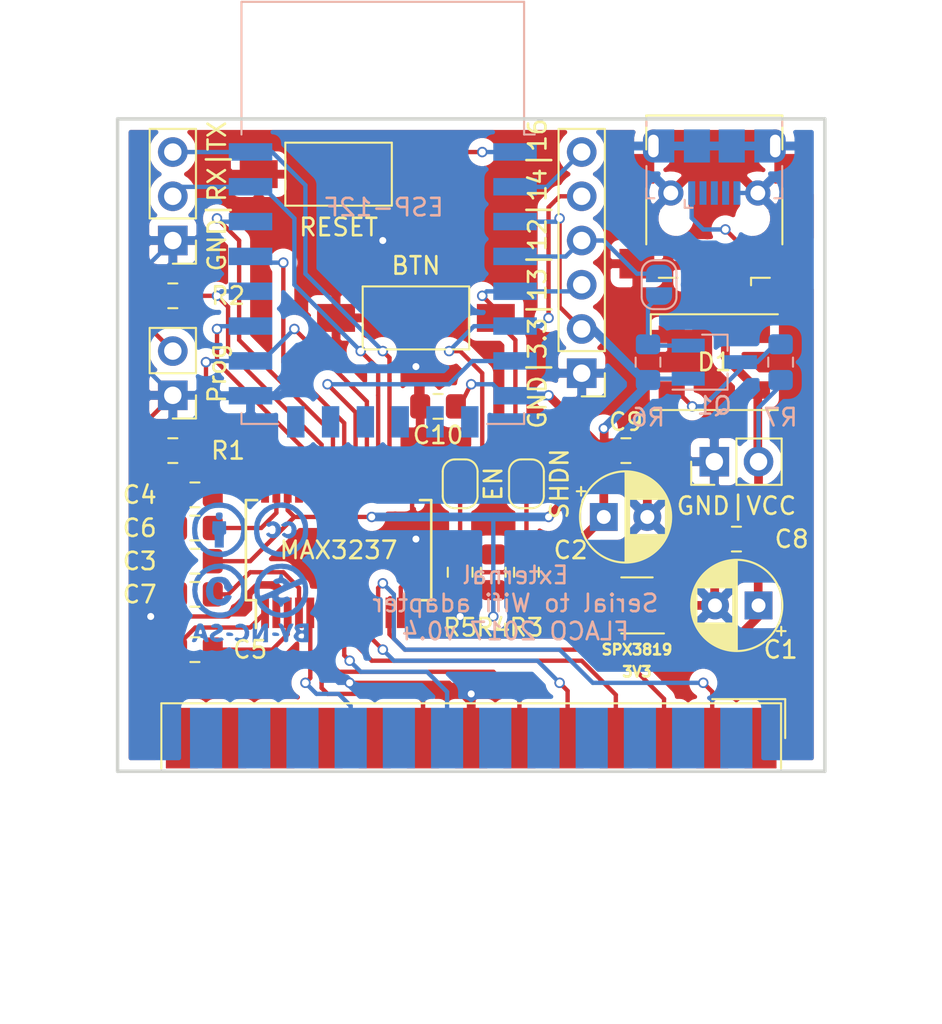
<source format=kicad_pcb>
(kicad_pcb (version 20171130) (host pcbnew 5.1.6-c6e7f7d~87~ubuntu18.04.1)
  (title_block (title AmigaWifi) (date 2018-03-07) (rev 0.4) (company "FLACO 2018, licence of this PCB is CC-BY-NC-SA") (comment 1 "Connects an ESP8266 to a retro-computer DB25 serial port") (comment 2 "Breaks the UART IOs from an ESP-12F through a MAX3237") (comment 3 "Supports an optional WS2812B LED for status indication") (comment 4 "Use with https://github.com/bozimmerman/Zimodem firmware. Check the ESP pin definition !"))
  (layers (0 F.Cu signal) (31 B.Cu signal) (34 B.Paste user) (35 F.Paste user) (36 B.SilkS user) (37 F.SilkS user) (38 B.Mask user) (39 F.Mask user) (44 Edge.Cuts user))
  (net 0 "")
  (net 1 +3V3)
  (net 2 "Net-(C4-Pad1)")
  (net 3 GND)
  (net 4 "Net-(C4-Pad2)")
  (net 5 "Net-(C5-Pad1)")
  (net 6 "Net-(C5-Pad2)")
  (net 7 RXD)
  (net 8 TXD)
  (net 9 CTS)
  (net 10 RTS)
  (net 11 DSR)
  (net 12 DCD)
  (net 13 DTR)
  (net 14 RI)
  (net 15 +5V)
  (net 16 RST)
  (net 17 ADC)
  (net 18 LED)
  (net 19 EN/)
  (net 20 LRTS)
  (net 21 LCTS)
  (net 22 LRI)
  (net 23 LDCD)
  (net 24 LDTR)
  (net 25 LDSR)
  (net 26 LTXD)
  (net 27 LRXD)
  (net 28 "Net-(JP2-Pad1)")
  (net 29 "Net-(JP1-Pad2)")
  (net 30 "Net-(JP3-Pad2)")
  (net 31 "Net-(JP4-Pad2)")
  (net 32 BTN)
  (net 33 "Net-(C6-Pad1)")
  (net 34 "Net-(C7-Pad1)")
  (net 35 "Net-(D1-Pad4)")
  (module Resistor_SMD:R_0805_2012Metric_Pad1.15x1.40mm_HandSolder (layer B.Cu) (at 207.645 63.5 90)
    (fp_text reference R7 (at -3.175 0 180) (layer B.SilkS) (effects (justify mirror)))
    (fp_text value 10k)
    (pad 2 smd roundrect (at 1.025 0 90) (size 1.15 1.4) (layers B.Cu B.Paste B.Mask) (roundrect_rratio 0.217391) (net 35 "Net-(D1-Pad4)"))
    (pad 1 smd roundrect (at -1.025 0 90) (size 1.15 1.4) (layers B.Cu B.Paste B.Mask) (roundrect_rratio 0.217391) (net 15 +5V))
  )
  (module Resistor_SMD:R_0805_2012Metric_Pad1.15x1.40mm_HandSolder (layer B.Cu) (at 200.025 63.5 90)
    (fp_text reference R6 (at -3.175 0 180) (layer B.SilkS) (effects (justify mirror)))
    (fp_text value 10k)
    (pad 2 smd roundrect (at 1.025 0 90) (size 1.15 1.4) (layers B.Cu B.Paste B.Mask) (roundrect_rratio 0.217391) (net 30 "Net-(JP3-Pad2)"))
    (pad 1 smd roundrect (at -1.025 0 90) (size 1.15 1.4) (layers B.Cu B.Paste B.Mask) (roundrect_rratio 0.217391) (net 1 +3V3))
  )
  (module Resistor_SMD:R_0805_2012Metric_Pad1.15x1.40mm_HandSolder (layer F.Cu) (at 189.23 75.565 270)
    (fp_text reference R5 (at 3.175 0 180) (layer F.SilkS))
    (fp_text value 10k)
    (pad 2 smd roundrect (at 1.025 0 270) (size 1.15 1.4) (layers F.Cu F.Paste F.Mask) (roundrect_rratio 0.217391) (net 3 GND))
    (pad 1 smd roundrect (at -1.025 0 270) (size 1.15 1.4) (layers F.Cu F.Paste F.Mask) (roundrect_rratio 0.217391) (net 31 "Net-(JP4-Pad2)"))
  )
  (module Resistor_SMD:R_0805_2012Metric_Pad1.15x1.40mm_HandSolder (layer F.Cu) (at 191.135 75.565 90)
    (fp_text reference R4 (at -3.175 0 180) (layer F.SilkS))
    (fp_text value 10k)
    (pad 2 smd roundrect (at 1.025 0 90) (size 1.15 1.4) (layers F.Cu F.Paste F.Mask) (roundrect_rratio 0.217391) (net 31 "Net-(JP4-Pad2)"))
    (pad 1 smd roundrect (at -1.025 0 90) (size 1.15 1.4) (layers F.Cu F.Paste F.Mask) (roundrect_rratio 0.217391) (net 1 +3V3))
  )
  (module Resistor_SMD:R_0805_2012Metric_Pad1.15x1.40mm_HandSolder (layer F.Cu) (at 193.04 75.565 90)
    (fp_text reference R3 (at -3.175 0 180) (layer F.SilkS))
    (fp_text value 10k)
    (pad 2 smd roundrect (at 1.025 0 90) (size 1.15 1.4) (layers F.Cu F.Paste F.Mask) (roundrect_rratio 0.217391) (net 28 "Net-(JP2-Pad1)"))
    (pad 1 smd roundrect (at -1.025 0 90) (size 1.15 1.4) (layers F.Cu F.Paste F.Mask) (roundrect_rratio 0.217391) (net 1 +3V3))
  )
  (module Resistor_SMD:R_0805_2012Metric_Pad1.15x1.40mm_HandSolder (layer F.Cu) (at 172.72 59.69)
    (fp_text reference R2 (at 3.175 0) (layer F.SilkS))
    (fp_text value 10k)
    (pad 2 smd roundrect (at 1.025 0) (size 1.15 1.4) (layers F.Cu F.Paste F.Mask) (roundrect_rratio 0.217391) (net 23 LDCD))
    (pad 1 smd roundrect (at -1.025 0) (size 1.15 1.4) (layers F.Cu F.Paste F.Mask) (roundrect_rratio 0.217391) (net 29 "Net-(JP1-Pad2)"))
  )
  (module Resistor_SMD:R_0805_2012Metric_Pad1.15x1.40mm_HandSolder (layer F.Cu) (at 172.72 68.58 180)
    (fp_text reference R1 (at -3.175 0) (layer F.SilkS))
    (fp_text value 10k)
    (pad 2 smd roundrect (at 1.025 0 180) (size 1.15 1.4) (layers F.Cu F.Paste F.Mask) (roundrect_rratio 0.217391) (net 3 GND))
    (pad 1 smd roundrect (at -1.025 0 180) (size 1.15 1.4) (layers F.Cu F.Paste F.Mask) (roundrect_rratio 0.217391) (net 21 LCTS))
  )
  (module Package_TO_SOT_SMD:SOT-23_Handsoldering (layer B.Cu) (at 203.835 63.5)
    (fp_text reference Q1 (at 0 2.5) (layer B.SilkS) (effects (justify mirror)))
    (fp_text value BSS138)
    (pad 3 smd rect (at 1.5 0) (size 1.9 0.8) (layers B.Cu B.Paste B.Mask) (net 35 "Net-(D1-Pad4)"))
    (pad 2 smd rect (at -1.5 -0.95) (size 1.9 0.8) (layers B.Cu B.Paste B.Mask) (net 30 "Net-(JP3-Pad2)"))
    (pad 1 smd rect (at -1.5 0.95) (size 1.9 0.8) (layers B.Cu B.Paste B.Mask) (net 1 +3V3))
  )
  (module Capacitor_SMD:C_0805_2012Metric_Pad1.15x1.40mm_HandSolder (layer F.Cu) (at 173.99 76.835 180)
    (fp_text reference C7 (at 3.175 0) (layer F.SilkS))
    (fp_text value 100nF)
    (pad 2 smd roundrect (at 1.025 0 180) (size 1.15 1.4) (layers F.Cu F.Paste F.Mask) (roundrect_rratio 0.217391) (net 3 GND))
    (pad 1 smd roundrect (at -1.025 0 180) (size 1.15 1.4) (layers F.Cu F.Paste F.Mask) (roundrect_rratio 0.217391) (net 34 "Net-(C7-Pad1)"))
  )
  (module Capacitor_SMD:C_0805_2012Metric_Pad1.15x1.40mm_HandSolder (layer F.Cu) (at 173.99 73.025 180)
    (fp_text reference C6 (at 3.175 0) (layer F.SilkS))
    (fp_text value 100nF)
    (pad 2 smd roundrect (at 1.025 0 180) (size 1.15 1.4) (layers F.Cu F.Paste F.Mask) (roundrect_rratio 0.217391) (net 3 GND))
    (pad 1 smd roundrect (at -1.025 0 180) (size 1.15 1.4) (layers F.Cu F.Paste F.Mask) (roundrect_rratio 0.217391) (net 33 "Net-(C6-Pad1)"))
  )
  (module Capacitor_SMD:C_0805_2012Metric_Pad1.15x1.40mm_HandSolder (layer F.Cu) (at 173.99 80.01)
    (fp_text reference C5 (at 3.175 0) (layer F.SilkS))
    (fp_text value 100nF)
    (pad 2 smd roundrect (at 1.025 0) (size 1.15 1.4) (layers F.Cu F.Paste F.Mask) (roundrect_rratio 0.217391) (net 6 "Net-(C5-Pad2)"))
    (pad 1 smd roundrect (at -1.025 0) (size 1.15 1.4) (layers F.Cu F.Paste F.Mask) (roundrect_rratio 0.217391) (net 5 "Net-(C5-Pad1)"))
  )
  (module Capacitor_SMD:C_0805_2012Metric_Pad1.15x1.40mm_HandSolder (layer F.Cu) (at 173.99 71.12 180)
    (fp_text reference C4 (at 3.175 0) (layer F.SilkS))
    (fp_text value 100nF)
    (pad 2 smd roundrect (at 1.025 0 180) (size 1.15 1.4) (layers F.Cu F.Paste F.Mask) (roundrect_rratio 0.217391) (net 4 "Net-(C4-Pad2)"))
    (pad 1 smd roundrect (at -1.025 0 180) (size 1.15 1.4) (layers F.Cu F.Paste F.Mask) (roundrect_rratio 0.217391) (net 2 "Net-(C4-Pad1)"))
  )
  (module Package_TO_SOT_SMD:SOT-23-5_HandSoldering (layer F.Cu) (at 199.39 77.47 180)
    (fp_text reference U3 hide)
    (fp_text value SPX3819M5-L-3-3)
    (pad 5 smd rect (at 1.35 -0.95 180) (size 1.56 0.65) (layers F.Cu F.Paste F.Mask) (net 1 +3V3))
    (pad 4 smd rect (at 1.35 0.95 180) (size 1.56 0.65) (layers F.Cu F.Paste F.Mask))
    (pad 3 smd rect (at -1.35 0.95 180) (size 1.56 0.65) (layers F.Cu F.Paste F.Mask) (net 15 +5V))
    (pad 2 smd rect (at -1.35 0 180) (size 1.56 0.65) (layers F.Cu F.Paste F.Mask) (net 3 GND))
    (pad 1 smd rect (at -1.35 -0.95 180) (size 1.56 0.65) (layers F.Cu F.Paste F.Mask) (net 15 +5V))
  )
  (module Capacitor_SMD:C_0805_2012Metric_Pad1.15x1.40mm_HandSolder (layer F.Cu) (at 187.96 66.04 180)
    (fp_text reference C10 (at 0 -1.65) (layer F.SilkS))
    (fp_text value 100nF)
    (pad 2 smd roundrect (at 1.025 0 180) (size 1.15 1.4) (layers F.Cu F.Paste F.Mask) (roundrect_rratio 0.217391) (net 3 GND))
    (pad 1 smd roundrect (at -1.025 0 180) (size 1.15 1.4) (layers F.Cu F.Paste F.Mask) (roundrect_rratio 0.217391) (net 1 +3V3))
  )
  (module Capacitor_SMD:C_0805_2012Metric_Pad1.15x1.40mm_HandSolder (layer F.Cu) (at 198.755 68.58)
    (fp_text reference C9 (at 0 -1.65) (layer F.SilkS))
    (fp_text value 22uF)
    (pad 2 smd roundrect (at 1.025 0) (size 1.15 1.4) (layers F.Cu F.Paste F.Mask) (roundrect_rratio 0.217391) (net 3 GND))
    (pad 1 smd roundrect (at -1.025 0) (size 1.15 1.4) (layers F.Cu F.Paste F.Mask) (roundrect_rratio 0.217391) (net 1 +3V3))
  )
  (module Capacitor_SMD:C_0805_2012Metric_Pad1.15x1.40mm_HandSolder (layer F.Cu) (at 205.105 73.66 180)
    (fp_text reference C8 (at -3.175 0) (layer F.SilkS))
    (fp_text value 22uF)
    (pad 2 smd roundrect (at 1.025 0 180) (size 1.15 1.4) (layers F.Cu F.Paste F.Mask) (roundrect_rratio 0.217391) (net 3 GND))
    (pad 1 smd roundrect (at -1.025 0 180) (size 1.15 1.4) (layers F.Cu F.Paste F.Mask) (roundrect_rratio 0.217391) (net 15 +5V))
  )
  (module Capacitor_SMD:C_0805_2012Metric_Pad1.15x1.40mm_HandSolder (layer F.Cu) (at 173.99 74.93 180)
    (fp_text reference C3 (at 3.175 0) (layer F.SilkS))
    (fp_text value 100nF)
    (pad 2 smd roundrect (at 1.025 0 180) (size 1.15 1.4) (layers F.Cu F.Paste F.Mask) (roundrect_rratio 0.217391) (net 3 GND))
    (pad 1 smd roundrect (at -1.025 0 180) (size 1.15 1.4) (layers F.Cu F.Paste F.Mask) (roundrect_rratio 0.217391) (net 1 +3V3))
  )
  (module Sassa:CC_BY_NC_SA_square_copper (layer B.Cu) (at 177.165 75.565 180)
    (fp_text reference FID1 hide)
    (fp_text value LOGO hide)
    (fp_poly (pts (xy -2.852819 -2.955428) (xy -2.726752 -2.987732) (xy -2.641601 -3.048) (xy -2.558367 -3.147731) (xy -2.551394 -3.22922) (xy -2.608471 -3.32542) (xy -2.648541 -3.406813) (xy -2.614678 -3.479397) (xy -2.583071 -3.512929) (xy -2.501379 -3.634713) (xy -2.512913 -3.755883) (xy -2.613891 -3.888509) (xy -2.703945 -3.961324) (xy -2.81053 -3.999185) (xy -2.96951 -4.012451) (xy -3.045691 -4.0132) (xy -3.3528 -4.0132) (xy -3.3528 -3.6576) (xy -3.0988 -3.6576) (xy -3.086036 -3.765686) (xy -3.027056 -3.805493) (xy -2.951836 -3.81) (xy -2.825796 -3.782109) (xy -2.773159 -3.727361) (xy -2.775665 -3.617104) (xy -2.855949 -3.534529) (xy -2.978021 -3.5052) (xy -3.064666 -3.522952) (xy -3.096223 -3.596251) (xy -3.0988 -3.6576) (xy -3.3528 -3.6576) (xy -3.3528 -3.2512) (xy -3.0988 -3.2512) (xy -3.061684 -3.330846) (xy -2.975592 -3.352667) (xy -2.878409 -3.311545) (xy -2.851461 -3.284625) (xy -2.820418 -3.20508) (xy -2.882726 -3.159365) (xy -2.980267 -3.1496) (xy -3.075442 -3.177063) (xy -3.0988 -3.2512) (xy -3.3528 -3.2512) (xy -3.3528 -2.9464) (xy -3.048001 -2.9464) (xy -2.852819 -2.955428)) (layer B.Cu) (width 0.01))
    (fp_poly (pts (xy -1.652201 -2.954012) (xy -1.6256 -2.967064) (xy -1.644889 -3.020085) (xy -1.69578 -3.140859) (xy -1.767815 -3.304652) (xy -1.778 -3.3274) (xy -1.854875 -3.522527) (xy -1.909645 -3.706951) (xy -1.9304 -3.840135) (xy -1.940514 -3.958316) (xy -1.985585 -4.005827) (xy -2.0574 -4.0132) (xy -2.139013 -4.002214) (xy -2.175434 -3.950267) (xy -2.184341 -3.828876) (xy -2.1844 -3.808551) (xy -2.215824 -3.610816) (xy -2.302665 -3.373356) (xy -2.3368 -3.302) (xy -2.414219 -3.144415) (xy -2.46908 -3.024695) (xy -2.4892 -2.969874) (xy -2.445892 -2.95292) (xy -2.353418 -2.955725) (xy -2.260475 -2.985344) (xy -2.194954 -3.064833) (xy -2.14052 -3.2004) (xy -2.063404 -3.429) (xy -1.962101 -3.1877) (xy -1.887859 -3.03679) (xy -1.817534 -2.963528) (xy -1.743199 -2.9464) (xy -1.652201 -2.954012)) (layer B.Cu) (width 0.01))
    (fp_poly (pts (xy -0.792497 -2.972212) (xy -0.708913 -3.063776) (xy -0.658912 -3.152516) (xy -0.56981 -3.320331) (xy -0.480147 -3.479109) (xy -0.461277 -3.510708) (xy -0.368795 -3.662782) (xy -0.394424 -3.304591) (xy -0.420052 -2.9464) (xy -0.1524 -2.9464) (xy -0.1524 -4.019948) (xy -0.2921 -4.003874) (xy -0.373561 -3.979546) (xy -0.448572 -3.914855) (xy -0.533799 -3.791085) (xy -0.623098 -3.6322) (xy -0.814396 -3.2766) (xy -0.781634 -3.6449) (xy -0.748873 -4.0132) (xy -1.016 -4.0132) (xy -1.016 -2.9464) (xy -0.890033 -2.9464) (xy -0.792497 -2.972212)) (layer B.Cu) (width 0.01))
    (fp_poly (pts (xy 0.769092 -3.003721) (xy 0.785451 -3.014893) (xy 0.850444 -3.094732) (xy 0.828994 -3.156605) (xy 0.736257 -3.182514) (xy 0.652151 -3.173188) (xy 0.48683 -3.179469) (xy 0.366559 -3.268645) (xy 0.307917 -3.426081) (xy 0.3048 -3.4798) (xy 0.3409 -3.653156) (xy 0.437548 -3.762693) (xy 0.577268 -3.793951) (xy 0.660997 -3.774524) (xy 0.780672 -3.744252) (xy 0.852294 -3.772355) (xy 0.864073 -3.785171) (xy 0.883653 -3.850814) (xy 0.818187 -3.922167) (xy 0.803918 -3.932423) (xy 0.616392 -4.005026) (xy 0.406033 -3.98778) (xy 0.305801 -3.947949) (xy 0.156837 -3.820163) (xy 0.072045 -3.636118) (xy 0.058235 -3.423417) (xy 0.122215 -3.209659) (xy 0.12319 -3.207767) (xy 0.24614 -3.061943) (xy 0.416387 -2.973034) (xy 0.60151 -2.950479) (xy 0.769092 -3.003721)) (layer B.Cu) (width 0.01))
    (fp_poly (pts (xy 2.169477 -3.012298) (xy 2.246133 -3.081543) (xy 2.231811 -3.140868) (xy 2.137085 -3.177209) (xy 2.032 -3.182122) (xy 1.889331 -3.191346) (xy 1.841539 -3.23099) (xy 1.888241 -3.296152) (xy 2.029053 -3.381926) (xy 2.048397 -3.391498) (xy 2.220806 -3.49718) (xy 2.307697 -3.6093) (xy 2.318274 -3.641504) (xy 2.308415 -3.779552) (xy 2.221416 -3.894444) (xy 2.081015 -3.975084) (xy 1.910954 -4.010377) (xy 1.734973 -3.989228) (xy 1.651 -3.953363) (xy 1.552731 -3.894512) (xy 1.527944 -3.854) (xy 1.561186 -3.801037) (xy 1.569508 -3.790975) (xy 1.63863 -3.745872) (xy 1.744265 -3.76253) (xy 1.772456 -3.772657) (xy 1.912868 -3.801068) (xy 2.026638 -3.782599) (xy 2.081609 -3.723641) (xy 2.0828 -3.710974) (xy 2.040854 -3.66152) (xy 1.93341 -3.590721) (xy 1.845343 -3.544279) (xy 1.653815 -3.425259) (xy 1.56326 -3.302412) (xy 1.573077 -3.174288) (xy 1.649262 -3.070519) (xy 1.817374 -2.968353) (xy 2.012571 -2.956328) (xy 2.169477 -3.012298)) (layer B.Cu) (width 0.01))
    (fp_poly (pts (xy 2.947378 -2.950558) (xy 3.001156 -2.975414) (xy 3.045388 -3.039537) (xy 3.092182 -3.161496) (xy 3.153646 -3.359862) (xy 3.163948 -3.394244) (xy 3.227034 -3.602457) (xy 3.282256 -3.780154) (xy 3.321057 -3.899991) (xy 3.330839 -3.927644) (xy 3.333371 -3.991444) (xy 3.259296 -4.012659) (xy 3.232202 -4.0132) (xy 3.121039 -3.983809) (xy 3.06886 -3.8862) (xy 3.026579 -3.796638) (xy 2.9386 -3.762464) (xy 2.86566 -3.7592) (xy 2.741155 -3.773879) (xy 2.680281 -3.832738) (xy 2.66246 -3.8862) (xy 2.604503 -3.988087) (xy 2.509092 -4.0132) (xy 2.416217 -4.000525) (xy 2.3876 -3.977707) (xy 2.402528 -3.917374) (xy 2.442822 -3.782675) (xy 2.50174 -3.595638) (xy 2.527425 -3.516411) (xy 2.761718 -3.516411) (xy 2.804843 -3.552347) (xy 2.864477 -3.556) (xy 2.943171 -3.548771) (xy 2.965128 -3.507988) (xy 2.941269 -3.405003) (xy 2.932737 -3.376947) (xy 2.884669 -3.261919) (xy 2.840127 -3.24701) (xy 2.796777 -3.332796) (xy 2.77419 -3.4163) (xy 2.761718 -3.516411) (xy 2.527425 -3.516411) (xy 2.550802 -3.444307) (xy 2.625246 -3.22094) (xy 2.679823 -3.076907) (xy 2.725752 -2.994811) (xy 2.774254 -2.95726) (xy 2.836546 -2.946858) (xy 2.871946 -2.9464) (xy 2.947378 -2.950558)) (layer B.Cu) (width 0.01))
    (fp_poly (pts (xy -1.280319 -3.491364) (xy -1.27 -3.552933) (xy -1.28571 -3.620729) (xy -1.350778 -3.651068) (xy -1.476925 -3.6576) (xy -1.609659 -3.649839) (xy -1.664429 -3.619408) (xy -1.667003 -3.5687) (xy -1.612875 -3.499257) (xy -1.475561 -3.465442) (xy -1.460078 -3.464033) (xy -1.334295 -3.461592) (xy -1.280319 -3.491364)) (layer B.Cu) (width 0.01))
    (fp_poly (pts (xy 1.361281 -3.491364) (xy 1.3716 -3.552933) (xy 1.35589 -3.620729) (xy 1.290822 -3.651068) (xy 1.164675 -3.6576) (xy 1.031941 -3.649839) (xy 0.977171 -3.619408) (xy 0.974597 -3.5687) (xy 1.028725 -3.499257) (xy 1.166039 -3.465442) (xy 1.181522 -3.464033) (xy 1.307305 -3.461592) (xy 1.361281 -3.491364)) (layer B.Cu) (width 0.01))
    (fp_poly (pts (xy -1.517232 0.471486) (xy -1.218659 0.401811) (xy -1.088977 0.346134) (xy -0.828802 0.170685) (xy -0.588602 -0.06069) (xy -0.404848 -0.311885) (xy -0.381916 -0.353829) (xy -0.270962 -0.669413) (xy -0.233256 -1.025012) (xy -0.268596 -1.390443) (xy -0.376779 -1.735526) (xy -0.391412 -1.767365) (xy -0.580357 -2.052811) (xy -0.842936 -2.290277) (xy -1.158664 -2.470059) (xy -1.50706 -2.582449) (xy -1.867641 -2.617743) (xy -2.126145 -2.589382) (xy -2.468789 -2.467843) (xy -2.781509 -2.257075) (xy -3.050584 -1.968149) (xy -3.212179 -1.713087) (xy -3.293579 -1.479632) (xy -3.332073 -1.19087) (xy -3.33018 -1.057098) (xy -3.047524 -1.057098) (xy -3.03828 -1.272333) (xy -3.002842 -1.43719) (xy -2.928568 -1.601982) (xy -2.895919 -1.660508) (xy -2.68201 -1.943092) (xy -2.415618 -2.151884) (xy -2.113085 -2.281613) (xy -1.790752 -2.327009) (xy -1.464961 -2.2828) (xy -1.240923 -2.194339) (xy -1.085037 -2.094261) (xy -0.917136 -1.957793) (xy -0.846289 -1.889739) (xy -0.651177 -1.68807) (xy -0.944105 -1.553963) (xy -1.11483 -1.482036) (xy -1.217237 -1.457111) (xy -1.270848 -1.475135) (xy -1.278139 -1.484628) (xy -1.316102 -1.566756) (xy -1.320023 -1.588321) (xy -1.36191 -1.632953) (xy -1.46496 -1.695292) (xy -1.4986 -1.71203) (xy -1.624229 -1.79562) (xy -1.676143 -1.883172) (xy -1.6764 -1.889008) (xy -1.716466 -1.966752) (xy -1.778 -1.9812) (xy -1.863603 -1.944757) (xy -1.8796 -1.886501) (xy -1.922076 -1.804311) (xy -2.055191 -1.726014) (xy -2.1082 -1.7045) (xy -2.260412 -1.639327) (xy -2.32403 -1.584531) (xy -2.308155 -1.522579) (xy -2.239426 -1.451624) (xy -2.145049 -1.393217) (xy -2.048077 -1.414059) (xy -2.033879 -1.421394) (xy -1.899363 -1.463572) (xy -1.759795 -1.464238) (xy -1.648897 -1.428464) (xy -1.600391 -1.361317) (xy -1.6002 -1.356198) (xy -1.625816 -1.306426) (xy -1.70948 -1.242289) (xy -1.861421 -1.157857) (xy -2.091865 -1.047201) (xy -2.278666 -0.962816) (xy -2.521604 -0.857895) (xy -2.732423 -0.772756) (xy -2.893546 -0.714042) (xy -2.987397 -0.6884) (xy -3.002566 -0.689116) (xy -3.025531 -0.750571) (xy -3.041705 -0.884331) (xy -3.047524 -1.057098) (xy -3.33018 -1.057098) (xy -3.327724 -0.883561) (xy -3.280593 -0.594467) (xy -3.209975 -0.396605) (xy -3.182281 -0.353173) (xy -2.862379 -0.353173) (xy -2.578328 -0.483215) (xy -2.294277 -0.613258) (xy -2.165448 -0.484429) (xy -2.058186 -0.397732) (xy -1.96639 -0.356213) (xy -1.95811 -0.3556) (xy -1.894448 -0.311714) (xy -1.8796 -0.2286) (xy -1.855788 -0.129011) (xy -1.778 -0.1016) (xy -1.69833 -0.131365) (xy -1.6764 -0.2286) (xy -1.650489 -0.330418) (xy -1.58451 -0.3556) (xy -1.470805 -0.384735) (xy -1.394684 -0.427211) (xy -1.328614 -0.485307) (xy -1.33642 -0.538162) (xy -1.387867 -0.599507) (xy -1.472122 -0.666881) (xy -1.568395 -0.664371) (xy -1.621001 -0.646586) (xy -1.756194 -0.618751) (xy -1.865688 -0.634635) (xy -1.920182 -0.686735) (xy -1.918121 -0.722639) (xy -1.866909 -0.764328) (xy -1.742853 -0.835712) (xy -1.566735 -0.927028) (xy -1.359337 -1.028515) (xy -1.141441 -1.130409) (xy -0.933828 -1.22295) (xy -0.75728 -1.296376) (xy -0.632579 -1.340924) (xy -0.5842 -1.349232) (xy -0.558661 -1.295855) (xy -0.541892 -1.169283) (xy -0.53758 -1.010993) (xy -0.580504 -0.669125) (xy -0.704637 -0.380541) (xy -0.917446 -0.128637) (xy -0.945813 -0.103135) (xy -1.178546 0.067695) (xy -1.418031 0.164483) (xy -1.701901 0.20085) (xy -1.789069 0.202085) (xy -2.13313 0.163411) (xy -2.423759 0.045046) (xy -2.67898 -0.160472) (xy -2.68849 -0.170383) (xy -2.862379 -0.353173) (xy -3.182281 -0.353173) (xy -3.030427 -0.115026) (xy -2.793908 0.137127) (xy -2.530908 0.329137) (xy -2.446342 0.372766) (xy -2.169118 0.45771) (xy -1.846734 0.490368) (xy -1.517232 0.471486)) (layer B.Cu) (width 0.01))
    (fp_poly (pts (xy 2.048225 0.474839) (xy 2.389479 0.3708) (xy 2.69358 0.196911) (xy 2.950139 -0.03701) (xy 3.14877 -0.321147) (xy 3.279087 -0.645683) (xy 3.330702 -1.000801) (xy 3.29323 -1.376684) (xy 3.277955 -1.439298) (xy 3.129699 -1.815578) (xy 2.904247 -2.128403) (xy 2.608242 -2.371128) (xy 2.248329 -2.537105) (xy 2.152525 -2.564952) (xy 1.914478 -2.618237) (xy 1.724306 -2.633871) (xy 1.535693 -2.612293) (xy 1.369088 -2.572411) (xy 1.009861 -2.426468) (xy 0.707911 -2.205614) (xy 0.470745 -1.923515) (xy 0.305868 -1.593833) (xy 0.220787 -1.230234) (xy 0.221668 -1.077868) (xy 0.509186 -1.077868) (xy 0.558794 -1.421066) (xy 0.697663 -1.732263) (xy 0.914808 -1.996002) (xy 1.199246 -2.196826) (xy 1.352676 -2.264942) (xy 1.595917 -2.315433) (xy 1.878755 -2.31473) (xy 2.154689 -2.265575) (xy 2.309216 -2.208511) (xy 2.57164 -2.034899) (xy 2.795361 -1.796545) (xy 2.952146 -1.525048) (xy 2.975076 -1.463335) (xy 3.040819 -1.119691) (xy 3.014586 -0.789592) (xy 2.906 -0.486144) (xy 2.724683 -0.222453) (xy 2.480259 -0.011624) (xy 2.182351 0.133236) (xy 1.840582 0.199023) (xy 1.7526 0.201589) (xy 1.416921 0.163284) (xy 1.132316 0.043788) (xy 0.878247 -0.166014) (xy 0.845963 -0.20087) (xy 0.662378 -0.438387) (xy 0.556232 -0.672789) (xy 0.512526 -0.943132) (xy 0.509186 -1.077868) (xy 0.221668 -1.077868) (xy 0.223009 -0.846381) (xy 0.277098 -0.584598) (xy 0.337762 -0.412766) (xy 0.42059 -0.265115) (xy 0.546481 -0.109844) (xy 0.681096 0.030104) (xy 0.862805 0.201796) (xy 1.013143 0.314815) (xy 1.163908 0.390059) (xy 1.295798 0.434102) (xy 1.680202 0.499212) (xy 2.048225 0.474839)) (layer B.Cu) (width 0.01))
    (fp_poly (pts (xy -1.472792 3.977936) (xy -1.11288 3.861166) (xy -0.790832 3.663827) (xy -0.521757 3.392487) (xy -0.351499 3.119902) (xy -0.262936 2.854258) (xy -0.222523 2.540225) (xy -0.230481 2.216037) (xy -0.287028 1.919929) (xy -0.34374 1.772928) (xy -0.561824 1.439824) (xy -0.84741 1.176467) (xy -1.187129 0.991621) (xy -1.567612 0.894055) (xy -1.7018 0.882416) (xy -1.901295 0.880083) (xy -2.076319 0.889697) (xy -2.1844 0.908086) (xy -2.561539 1.084265) (xy -2.886929 1.342212) (xy -3.145153 1.668811) (xy -3.207105 1.778) (xy -3.270181 1.919594) (xy -3.30678 2.066619) (xy -3.323205 2.254064) (xy -3.32559 2.407107) (xy -3.046885 2.407107) (xy -2.9991 2.075186) (xy -2.868605 1.781544) (xy -2.669994 1.535228) (xy -2.417861 1.345289) (xy -2.126801 1.220774) (xy -1.811408 1.170731) (xy -1.486277 1.20421) (xy -1.2446 1.289676) (xy -0.93116 1.484705) (xy -0.704667 1.732229) (xy -0.564476 2.033268) (xy -0.509941 2.38884) (xy -0.509116 2.449469) (xy -0.546454 2.788591) (xy -0.662337 3.075944) (xy -0.866483 3.334491) (xy -0.895645 3.36302) (xy -1.146297 3.557039) (xy -1.417586 3.668215) (xy -1.73877 3.7079) (xy -1.78573 3.7084) (xy -2.128038 3.668634) (xy -2.422474 3.544355) (xy -2.685386 3.328095) (xy -2.733687 3.275352) (xy -2.920801 3.004363) (xy -3.021947 2.704622) (xy -3.046885 2.407107) (xy -3.32559 2.407107) (xy -3.326078 2.4384) (xy -3.321157 2.671041) (xy -3.301685 2.839168) (xy -3.260404 2.979606) (xy -3.190053 3.12918) (xy -3.189798 3.129666) (xy -3.001113 3.408456) (xy -2.754735 3.654891) (xy -2.478219 3.845217) (xy -2.245782 3.943494) (xy -1.855462 4.007568) (xy -1.472792 3.977936)) (layer B.Cu) (width 0.01))
    (fp_poly (pts (xy 2.083842 3.979769) (xy 2.445522 3.863417) (xy 2.768119 3.663614) (xy 3.038491 3.386061) (xy 3.209974 3.108595) (xy 3.29197 2.859012) (xy 3.330911 2.556113) (xy 3.326512 2.238744) (xy 3.278489 1.945748) (xy 3.219724 1.778) (xy 3.061574 1.527209) (xy 2.837605 1.286066) (xy 2.580941 1.087303) (xy 2.44277 1.010235) (xy 2.247907 0.944467) (xy 2.002493 0.898638) (xy 1.74492 0.876411) (xy 1.513583 0.881446) (xy 1.3716 0.908086) (xy 1.006234 1.075979) (xy 0.696814 1.314006) (xy 0.453756 1.608554) (xy 0.287475 1.94601) (xy 0.20839 2.31276) (xy 0.206606 2.354804) (xy 0.509287 2.354804) (xy 0.563147 2.041311) (xy 0.615681 1.903411) (xy 0.745407 1.698581) (xy 0.927863 1.499383) (xy 1.132175 1.334753) (xy 1.327472 1.233629) (xy 1.331725 1.232244) (xy 1.554069 1.187997) (xy 1.812542 1.176189) (xy 2.062454 1.196165) (xy 2.255527 1.245755) (xy 2.476354 1.373228) (xy 2.693081 1.557276) (xy 2.87121 1.765303) (xy 2.953224 1.905) (xy 3.022356 2.144119) (xy 3.046172 2.428679) (xy 3.02475 2.714294) (xy 2.958168 2.956578) (xy 2.95134 2.9718) (xy 2.80908 3.195103) (xy 2.607867 3.407606) (xy 2.383307 3.574679) (xy 2.274931 3.62972) (xy 2.069163 3.683362) (xy 1.814969 3.705194) (xy 1.557006 3.694877) (xy 1.339931 3.652073) (xy 1.299378 3.637137) (xy 1.074362 3.503896) (xy 0.855126 3.307645) (xy 0.676865 3.082623) (xy 0.614494 2.970865) (xy 0.526388 2.678451) (xy 0.509287 2.354804) (xy 0.206606 2.354804) (xy 0.2032 2.435014) (xy 0.23489 2.779096) (xy 0.337236 3.078954) (xy 0.521145 3.359678) (xy 0.681953 3.536162) (xy 0.863626 3.707736) (xy 1.014126 3.820638) (xy 1.165373 3.895829) (xy 1.295798 3.939302) (xy 1.69622 4.006965) (xy 2.083842 3.979769)) (layer B.Cu) (width 0.01))
    (fp_poly (pts (xy 1.814458 -0.264088) (xy 2.017818 -0.286741) (xy 2.15566 -0.331057) (xy 2.26355 -0.408483) (xy 2.263785 -0.408703) (xy 2.430565 -0.60884) (xy 2.51818 -0.836381) (xy 2.54 -1.077769) (xy 2.502732 -1.373361) (xy 2.388511 -1.605197) (xy 2.193707 -1.779848) (xy 2.132958 -1.814833) (xy 1.870768 -1.911639) (xy 1.619905 -1.912698) (xy 1.4361 -1.855084) (xy 1.307258 -1.767057) (xy 1.184416 -1.633181) (xy 1.095363 -1.488899) (xy 1.066989 -1.3843) (xy 1.113728 -1.339092) (xy 1.243361 -1.320923) (xy 1.257953 -1.3208) (xy 1.399058 -1.336194) (xy 1.47666 -1.3934) (xy 1.499253 -1.4351) (xy 1.574616 -1.523777) (xy 1.715331 -1.562995) (xy 1.735318 -1.564893) (xy 1.91949 -1.547208) (xy 2.044464 -1.45479) (xy 2.114365 -1.282381) (xy 2.1336 -1.057221) (xy 2.105873 -0.809956) (xy 2.023423 -0.645786) (xy 1.887349 -0.566427) (xy 1.814703 -0.5588) (xy 1.675765 -0.588074) (xy 1.560044 -0.66043) (xy 1.497133 -0.752672) (xy 1.497019 -0.807819) (xy 1.480204 -0.910535) (xy 1.397472 -1.015556) (xy 1.27 -1.13531) (xy 1.1303 -1.012155) (xy 1.032384 -0.927237) (xy 0.971336 -0.876869) (xy 0.966671 -0.873537) (xy 0.977785 -0.838105) (xy 0.997682 -0.822737) (xy 1.056667 -0.756238) (xy 1.12748 -0.640987) (xy 1.134896 -0.626785) (xy 1.268879 -0.426604) (xy 1.433835 -0.309048) (xy 1.651268 -0.262642) (xy 1.814458 -0.264088)) (layer B.Cu) (width 0.01))
    (fp_poly (pts (xy -2.005273 2.885477) (xy -1.876369 2.801599) (xy -1.758691 2.706309) (xy -1.8754 2.643849) (xy -1.9856 2.608345) (xy -2.047614 2.636894) (xy -2.14863 2.686199) (xy -2.264929 2.682165) (xy -2.348197 2.628675) (xy -2.356765 2.612046) (xy -2.386439 2.454646) (xy -2.365038 2.309365) (xy -2.326641 2.245361) (xy -2.234678 2.197411) (xy -2.122892 2.187053) (xy -2.038324 2.215408) (xy -2.022565 2.238108) (xy -1.973198 2.269707) (xy -1.897469 2.24659) (xy -1.838514 2.188154) (xy -1.8288 2.150973) (xy -1.871756 2.089468) (xy -1.976504 2.019993) (xy -2.106865 1.961488) (xy -2.226657 1.932894) (xy -2.246269 1.932434) (xy -2.335533 1.956805) (xy -2.446985 2.0081) (xy -2.586247 2.135168) (xy -2.658898 2.309644) (xy -2.666029 2.503182) (xy -2.608733 2.687437) (xy -2.488103 2.834064) (xy -2.413364 2.880258) (xy -2.20569 2.932714) (xy -2.005273 2.885477)) (layer B.Cu) (width 0.01))
    (fp_poly (pts (xy -1.168298 2.912503) (xy -0.9906 2.824712) (xy -0.921143 2.762405) (xy -0.932624 2.708495) (xy -0.977538 2.659582) (xy -1.05767 2.601654) (xy -1.121687 2.625561) (xy -1.127398 2.631078) (xy -1.225201 2.680751) (xy -1.304593 2.6924) (xy -1.40539 2.648704) (xy -1.461461 2.533023) (xy -1.463842 2.368472) (xy -1.45234 2.3114) (xy -1.404337 2.216906) (xy -1.303975 2.185347) (xy -1.269033 2.1844) (xy -1.162447 2.199202) (xy -1.117604 2.234832) (xy -1.1176 2.2352) (xy -1.085484 2.282478) (xy -0.992101 2.252245) (xy -0.9652 2.236095) (xy -0.920551 2.191023) (xy -0.946586 2.132908) (xy -0.990777 2.085708) (xy -1.151562 1.984972) (xy -1.340429 1.953097) (xy -1.514612 1.997092) (xy -1.518409 1.999225) (xy -1.638652 2.099236) (xy -1.707109 2.189992) (xy -1.773082 2.393292) (xy -1.754621 2.583038) (xy -1.668319 2.744531) (xy -1.530769 2.863072) (xy -1.358564 2.923962) (xy -1.168298 2.912503)) (layer B.Cu) (width 0.01))
    (fp_poly (pts (xy 2.173925 2.5527) (xy 2.178259 2.358277) (xy 2.169408 2.245305) (xy 2.143981 2.194108) (xy 2.110425 2.1844) (xy 2.069287 2.166051) (xy 2.045129 2.098393) (xy 2.034057 1.962511) (xy 2.032 1.8034) (xy 2.032 1.4224) (xy 1.524 1.4224) (xy 1.524 1.8034) (xy 1.520222 2.003254) (xy 1.506296 2.120616) (xy 1.478325 2.174403) (xy 1.445574 2.1844) (xy 1.404848 2.20105) (xy 1.383348 2.264114) (xy 1.37768 2.39327) (xy 1.382074 2.5527) (xy 1.397 2.921) (xy 2.159 2.921) (xy 2.173925 2.5527)) (layer B.Cu) (width 0.01))
    (fp_poly (pts (xy 1.899755 3.418681) (xy 1.954165 3.371307) (xy 1.97217 3.286229) (xy 1.955677 3.129242) (xy 1.876285 3.025774) (xy 1.778 2.9972) (xy 1.670406 3.033838) (xy 1.628149 3.070329) (xy 1.588355 3.17292) (xy 1.583829 3.286229) (xy 1.607781 3.383047) (xy 1.671288 3.422376) (xy 1.778 3.429) (xy 1.899755 3.418681)) (layer B.Cu) (width 0.01))
  )
  (module Package_SO:SSOP-28_5.3x10.2mm_P0.65mm (layer F.Cu) (at 182.245 74.295 90)
    (fp_text reference U2 hide)
    (fp_text value MAX3237 (at 0 0 180) (layer F.SilkS))
    (pad 28 smd rect (at 3.6 -4.225 90) (size 1.75 0.45) (layers F.Cu F.Paste F.Mask) (net 2 "Net-(C4-Pad1)"))
    (pad 27 smd rect (at 3.6 -3.575 90) (size 1.75 0.45) (layers F.Cu F.Paste F.Mask) (net 33 "Net-(C6-Pad1)"))
    (pad 26 smd rect (at 3.6 -2.925 90) (size 1.75 0.45) (layers F.Cu F.Paste F.Mask) (net 1 +3V3))
    (pad 25 smd rect (at 3.6 -2.275 90) (size 1.75 0.45) (layers F.Cu F.Paste F.Mask) (net 4 "Net-(C4-Pad2)"))
    (pad 24 smd rect (at 3.6 -1.625 90) (size 1.75 0.45) (layers F.Cu F.Paste F.Mask) (net 22 LRI))
    (pad 23 smd rect (at 3.6 -0.975 90) (size 1.75 0.45) (layers F.Cu F.Paste F.Mask) (net 23 LDCD))
    (pad 22 smd rect (at 3.6 -0.325 90) (size 1.75 0.45) (layers F.Cu F.Paste F.Mask) (net 25 LDSR))
    (pad 21 smd rect (at 3.6 0.325 90) (size 1.75 0.45) (layers F.Cu F.Paste F.Mask) (net 24 LDTR))
    (pad 20 smd rect (at 3.6 0.975 90) (size 1.75 0.45) (layers F.Cu F.Paste F.Mask) (net 20 LRTS))
    (pad 19 smd rect (at 3.6 1.625 90) (size 1.75 0.45) (layers F.Cu F.Paste F.Mask) (net 21 LCTS))
    (pad 18 smd rect (at 3.6 2.275 90) (size 1.75 0.45) (layers F.Cu F.Paste F.Mask) (net 26 LTXD))
    (pad 17 smd rect (at 3.6 2.925 90) (size 1.75 0.45) (layers F.Cu F.Paste F.Mask) (net 27 LRXD))
    (pad 16 smd rect (at 3.6 3.575 90) (size 1.75 0.45) (layers F.Cu F.Paste F.Mask))
    (pad 15 smd rect (at 3.6 4.225 90) (size 1.75 0.45) (layers F.Cu F.Paste F.Mask) (net 3 GND))
    (pad 14 smd rect (at -3.6 4.225 90) (size 1.75 0.45) (layers F.Cu F.Paste F.Mask) (net 28 "Net-(JP2-Pad1)"))
    (pad 13 smd rect (at -3.6 3.575 90) (size 1.75 0.45) (layers F.Cu F.Paste F.Mask) (net 31 "Net-(JP4-Pad2)"))
    (pad 12 smd rect (at -3.6 2.925 90) (size 1.75 0.45) (layers F.Cu F.Paste F.Mask) (net 7 RXD))
    (pad 11 smd rect (at -3.6 2.275 90) (size 1.75 0.45) (layers F.Cu F.Paste F.Mask) (net 8 TXD))
    (pad 10 smd rect (at -3.6 1.625 90) (size 1.75 0.45) (layers F.Cu F.Paste F.Mask) (net 9 CTS))
    (pad 9 smd rect (at -3.6 0.975 90) (size 1.75 0.45) (layers F.Cu F.Paste F.Mask) (net 10 RTS))
    (pad 8 smd rect (at -3.6 0.325 90) (size 1.75 0.45) (layers F.Cu F.Paste F.Mask) (net 13 DTR))
    (pad 7 smd rect (at -3.6 -0.325 90) (size 1.75 0.45) (layers F.Cu F.Paste F.Mask) (net 11 DSR))
    (pad 6 smd rect (at -3.6 -0.975 90) (size 1.75 0.45) (layers F.Cu F.Paste F.Mask) (net 12 DCD))
    (pad 5 smd rect (at -3.6 -1.625 90) (size 1.75 0.45) (layers F.Cu F.Paste F.Mask) (net 14 RI))
    (pad 4 smd rect (at -3.6 -2.275 90) (size 1.75 0.45) (layers F.Cu F.Paste F.Mask) (net 34 "Net-(C7-Pad1)"))
    (pad 3 smd rect (at -3.6 -2.925 90) (size 1.75 0.45) (layers F.Cu F.Paste F.Mask) (net 6 "Net-(C5-Pad2)"))
    (pad 2 smd rect (at -3.6 -3.575 90) (size 1.75 0.45) (layers F.Cu F.Paste F.Mask) (net 3 GND))
    (pad 1 smd rect (at -3.6 -4.225 90) (size 1.75 0.45) (layers F.Cu F.Paste F.Mask) (net 5 "Net-(C5-Pad1)"))
  )
  (module RF_Module:ESP-12E (layer B.Cu) (at 184.785 54.9275 180)
    (fp_text reference U1 hide)
    (fp_text value ESP-12F (at -0.06 0.3175) (layer B.SilkS) (effects (justify mirror)))
    (pad 22 smd rect (at 7.6 3.5 180) (size 2.5 1) (layers B.Cu B.Paste B.Mask) (net 27 LRXD))
    (pad 21 smd rect (at 7.6 1.5 180) (size 2.5 1) (layers B.Cu B.Paste B.Mask) (net 26 LTXD))
    (pad 20 smd rect (at 7.6 -0.5 180) (size 2.5 1) (layers B.Cu B.Paste B.Mask) (net 25 LDSR))
    (pad 19 smd rect (at 7.6 -2.5 180) (size 2.5 1) (layers B.Cu B.Paste B.Mask) (net 24 LDTR))
    (pad 18 smd rect (at 7.6 -4.5 180) (size 2.5 1) (layers B.Cu B.Paste B.Mask) (net 23 LDCD))
    (pad 17 smd rect (at 7.6 -6.5 180) (size 2.5 1) (layers B.Cu B.Paste B.Mask) (net 22 LRI))
    (pad 16 smd rect (at 7.6 -8.5 180) (size 2.5 1) (layers B.Cu B.Paste B.Mask) (net 21 LCTS))
    (pad 15 smd rect (at 7.6 -10.5 180) (size 2.5 1) (layers B.Cu B.Paste B.Mask) (net 3 GND))
    (pad 14 smd rect (at 5 -12 180) (size 1 1.8) (layers B.Cu B.Paste B.Mask))
    (pad 13 smd rect (at 3 -12 180) (size 1 1.8) (layers B.Cu B.Paste B.Mask))
    (pad 12 smd rect (at 1 -12 180) (size 1 1.8) (layers B.Cu B.Paste B.Mask))
    (pad 11 smd rect (at -1 -12 180) (size 1 1.8) (layers B.Cu B.Paste B.Mask))
    (pad 10 smd rect (at -3 -12 180) (size 1 1.8) (layers B.Cu B.Paste B.Mask))
    (pad 9 smd rect (at -5 -12 180) (size 1 1.8) (layers B.Cu B.Paste B.Mask))
    (pad 8 smd rect (at -7.6 -10.5 180) (size 2.5 1) (layers B.Cu B.Paste B.Mask) (net 1 +3V3))
    (pad 7 smd rect (at -7.6 -8.5 180) (size 2.5 1) (layers B.Cu B.Paste B.Mask) (net 20 LRTS))
    (pad 6 smd rect (at -7.6 -6.5 180) (size 2.5 1) (layers B.Cu B.Paste B.Mask) (net 19 EN/))
    (pad 5 smd rect (at -7.6 -4.5 180) (size 2.5 1) (layers B.Cu B.Paste B.Mask) (net 32 BTN))
    (pad 4 smd rect (at -7.6 -2.5 180) (size 2.5 1) (layers B.Cu B.Paste B.Mask) (net 18 LED))
    (pad 3 smd rect (at -7.6 -0.5 180) (size 2.5 1) (layers B.Cu B.Paste B.Mask) (net 1 +3V3))
    (pad 2 smd rect (at -7.6 1.5 180) (size 2.5 1) (layers B.Cu B.Paste B.Mask) (net 17 ADC))
    (pad 1 smd rect (at -7.6 3.5 180) (size 2.5 1) (layers B.Cu B.Paste B.Mask) (net 16 RST))
  )
  (module Button_Switch_SMD:SW_SPST_FSMSM (layer F.Cu) (at 186.69 60.96 180)
    (fp_text reference SW2 hide)
    (fp_text value BTN (at 0 3) (layer F.SilkS))
    (pad 2 smd rect (at 4.59 0 180) (size 2.18 1.6) (layers F.Cu F.Paste F.Mask) (net 3 GND))
    (pad 1 smd rect (at -4.59 0 180) (size 2.18 1.6) (layers F.Cu F.Paste F.Mask) (net 32 BTN))
  )
  (module Button_Switch_SMD:SW_SPST_FSMSM (layer F.Cu) (at 182.245 52.705 180)
    (fp_text reference SW1 hide)
    (fp_text value RESET (at 0 -3.048) (layer F.SilkS))
    (pad 2 smd rect (at 4.59 0 180) (size 2.18 1.6) (layers F.Cu F.Paste F.Mask) (net 3 GND))
    (pad 1 smd rect (at -4.59 0 180) (size 2.18 1.6) (layers F.Cu F.Paste F.Mask) (net 16 RST))
  )
  (module Jumper:SolderJumper-2_P1.3mm_Open_RoundedPad1.0x1.5mm (layer F.Cu) (at 189.23 70.485 270)
    (fp_text reference JP4 hide)
    (fp_text value EN (at 0 -1.905 90) (layer F.SilkS))
    (pad 2 smd custom (at 0.65 0 270) (size 1 0.5) (layers F.Cu F.Mask) (net 31 "Net-(JP4-Pad2)") (options (clearance outline) (anchor rect)) (primitives (gr_circle (center 0 0.25) (end 0.5 0.25) (width 0)) (gr_circle (center 0 -0.25) (end 0.5 -0.25) (width 0)) (gr_poly (pts (xy 0 -0.75) (xy -0.5 -0.75) (xy -0.5 0.75) (xy 0 0.75)) (width 0))))
    (pad 1 smd custom (at -0.65 0 270) (size 1 0.5) (layers F.Cu F.Mask) (net 19 EN/) (options (clearance outline) (anchor rect)) (primitives (gr_circle (center 0 0.25) (end 0.5 0.25) (width 0)) (gr_circle (center 0 -0.25) (end 0.5 -0.25) (width 0)) (gr_poly (pts (xy 0 -0.75) (xy 0.5 -0.75) (xy 0.5 0.75) (xy 0 0.75)) (width 0))))
  )
  (module Jumper:SolderJumper-2_P1.3mm_Open_RoundedPad1.0x1.5mm (layer B.Cu) (at 200.66 59.055 270)
    (fp_text reference JP3 hide)
    (fp_text value LED)
    (pad 2 smd custom (at 0.65 0 270) (size 1 0.5) (layers B.Cu B.Mask) (net 30 "Net-(JP3-Pad2)") (options (clearance outline) (anchor rect)) (primitives (gr_circle (center 0 -0.25) (end 0.5 -0.25) (width 0)) (gr_circle (center 0 0.25) (end 0.5 0.25) (width 0)) (gr_poly (pts (xy 0 0.75) (xy -0.5 0.75) (xy -0.5 -0.75) (xy 0 -0.75)) (width 0))))
    (pad 1 smd custom (at -0.65 0 270) (size 1 0.5) (layers B.Cu B.Mask) (net 18 LED) (options (clearance outline) (anchor rect)) (primitives (gr_circle (center 0 -0.25) (end 0.5 -0.25) (width 0)) (gr_circle (center 0 0.25) (end 0.5 0.25) (width 0)) (gr_poly (pts (xy 0 0.75) (xy 0.5 0.75) (xy 0.5 -0.75) (xy 0 -0.75)) (width 0))))
  )
  (module Jumper:SolderJumper-2_P1.3mm_Open_RoundedPad1.0x1.5mm (layer F.Cu) (at 193.04 70.485 90)
    (fp_text reference JP2 hide)
    (fp_text value SHDN (at 0 1.9 90) (layer F.SilkS))
    (pad 2 smd custom (at 0.65 0 90) (size 1 0.5) (layers F.Cu F.Mask) (net 32 BTN) (options (clearance outline) (anchor rect)) (primitives (gr_circle (center 0 0.25) (end 0.5 0.25) (width 0)) (gr_circle (center 0 -0.25) (end 0.5 -0.25) (width 0)) (gr_poly (pts (xy 0 -0.75) (xy -0.5 -0.75) (xy -0.5 0.75) (xy 0 0.75)) (width 0))))
    (pad 1 smd custom (at -0.65 0 90) (size 1 0.5) (layers F.Cu F.Mask) (net 28 "Net-(JP2-Pad1)") (options (clearance outline) (anchor rect)) (primitives (gr_circle (center 0 0.25) (end 0.5 0.25) (width 0)) (gr_circle (center 0 -0.25) (end 0.5 -0.25) (width 0)) (gr_poly (pts (xy 0 -0.75) (xy 0.5 -0.75) (xy 0.5 0.75) (xy 0 0.75)) (width 0))))
  )
  (module Connector_PinHeader_2.54mm:PinHeader_1x02_P2.54mm_Vertical (layer F.Cu) (at 172.72 65.405 180)
    (fp_text reference JP1 hide)
    (fp_text value Prog)
    (pad 2 thru_hole oval (at 0 2.54 180) (size 1.7 1.7) (drill 1) (layers *.Cu *.Mask) (net 29 "Net-(JP1-Pad2)"))
    (pad 1 thru_hole rect (at 0 0 180) (size 1.7 1.7) (drill 1) (layers *.Cu *.Mask) (net 3 GND))
  )
  (module Connector_Dsub:DSUB-25_Female_EdgeMount_P2.77mm (layer F.Cu) (at 189.865 85.09)
    (fp_text reference J6 hide)
    (fp_text value DB25_Female)
    (pad 25 smd rect (at -15.235 0) (size 1.846667 3.48) (layers B.Cu B.Paste B.Mask))
    (pad 24 smd rect (at -12.465 0) (size 1.846667 3.48) (layers B.Cu B.Paste B.Mask))
    (pad 23 smd rect (at -9.695 0) (size 1.846667 3.48) (layers B.Cu B.Paste B.Mask))
    (pad 22 smd rect (at -6.925 0) (size 1.846667 3.48) (layers B.Cu B.Paste B.Mask) (net 14 RI))
    (pad 21 smd rect (at -4.155 0) (size 1.846667 3.48) (layers B.Cu B.Paste B.Mask))
    (pad 20 smd rect (at -1.385 0) (size 1.846667 3.48) (layers B.Cu B.Paste B.Mask) (net 13 DTR))
    (pad 19 smd rect (at 1.385 0) (size 1.846667 3.48) (layers B.Cu B.Paste B.Mask))
    (pad 18 smd rect (at 4.155 0) (size 1.846667 3.48) (layers B.Cu B.Paste B.Mask))
    (pad 17 smd rect (at 6.925 0) (size 1.846667 3.48) (layers B.Cu B.Paste B.Mask))
    (pad 16 smd rect (at 9.695 0) (size 1.846667 3.48) (layers B.Cu B.Paste B.Mask))
    (pad 15 smd rect (at 12.465 0) (size 1.846667 3.48) (layers B.Cu B.Paste B.Mask))
    (pad 14 smd rect (at 15.235 0) (size 1.846667 3.48) (layers B.Cu B.Paste B.Mask))
    (pad 13 smd rect (at -16.62 0) (size 1.846667 3.48) (layers F.Cu F.Paste F.Mask))
    (pad 12 smd rect (at -13.85 0) (size 1.846667 3.48) (layers F.Cu F.Paste F.Mask))
    (pad 11 smd rect (at -11.08 0) (size 1.846667 3.48) (layers F.Cu F.Paste F.Mask))
    (pad 10 smd rect (at -8.31 0) (size 1.846667 3.48) (layers F.Cu F.Paste F.Mask))
    (pad 9 smd rect (at -5.54 0) (size 1.846667 3.48) (layers F.Cu F.Paste F.Mask))
    (pad 8 smd rect (at -2.77 0) (size 1.846667 3.48) (layers F.Cu F.Paste F.Mask) (net 12 DCD))
    (pad 7 smd rect (at 0 0) (size 1.846667 3.48) (layers F.Cu F.Paste F.Mask) (net 3 GND))
    (pad 6 smd rect (at 2.77 0) (size 1.846667 3.48) (layers F.Cu F.Paste F.Mask) (net 11 DSR))
    (pad 5 smd rect (at 5.54 0) (size 1.846667 3.48) (layers F.Cu F.Paste F.Mask) (net 9 CTS))
    (pad 4 smd rect (at 8.31 0) (size 1.846667 3.48) (layers F.Cu F.Paste F.Mask) (net 10 RTS))
    (pad 3 smd rect (at 11.08 0) (size 1.846667 3.48) (layers F.Cu F.Paste F.Mask) (net 7 RXD))
    (pad 2 smd rect (at 13.85 0) (size 1.846667 3.48) (layers F.Cu F.Paste F.Mask) (net 8 TXD))
    (pad 1 smd rect (at 16.62 0) (size 1.846667 3.48) (layers F.Cu F.Paste F.Mask))
  )
  (module Connector_PinHeader_2.54mm:PinHeader_1x03_P2.54mm_Vertical (layer F.Cu) (at 172.72 56.515 180)
    (fp_text reference J5 hide)
    (fp_text value PROG)
    (pad 3 thru_hole oval (at 0 5.08 180) (size 1.7 1.7) (drill 1) (layers *.Cu *.Mask) (net 27 LRXD))
    (pad 2 thru_hole oval (at 0 2.54 180) (size 1.7 1.7) (drill 1) (layers *.Cu *.Mask) (net 26 LTXD))
    (pad 1 thru_hole rect (at 0 0 180) (size 1.7 1.7) (drill 1) (layers *.Cu *.Mask) (net 3 GND))
  )
  (module Connector_PinHeader_2.54mm:PinHeader_1x06_P2.54mm_Vertical (layer F.Cu) (at 196.215 64.135 180)
    (fp_text reference J4 hide)
    (fp_text value EXT)
    (pad 6 thru_hole oval (at 0 12.7 180) (size 1.7 1.7) (drill 1) (layers *.Cu *.Mask) (net 17 ADC))
    (pad 5 thru_hole oval (at 0 10.16 180) (size 1.7 1.7) (drill 1) (layers *.Cu *.Mask) (net 19 EN/))
    (pad 4 thru_hole oval (at 0 7.62 180) (size 1.7 1.7) (drill 1) (layers *.Cu *.Mask) (net 18 LED))
    (pad 3 thru_hole oval (at 0 5.08 180) (size 1.7 1.7) (drill 1) (layers *.Cu *.Mask) (net 32 BTN))
    (pad 2 thru_hole oval (at 0 2.54 180) (size 1.7 1.7) (drill 1) (layers *.Cu *.Mask) (net 1 +3V3))
    (pad 1 thru_hole rect (at 0 0 180) (size 1.7 1.7) (drill 1) (layers *.Cu *.Mask) (net 3 GND))
  )
  (module Connector_USB:USB_Mini-B_Lumberg_2486_01_Horizontal (layer F.Cu) (at 203.835 55.245 180)
    (fp_text reference J3 hide)
    (fp_text value USB_B_Mini)
    (pad "" np_thru_hole circle (at 2.2 0 180) (size 1 1) (drill 1) (layers *.Cu *.Mask))
    (pad "" np_thru_hole circle (at -2.2 0 180) (size 1 1) (drill 1) (layers *.Cu *.Mask))
    (pad 6 smd rect (at 4.45 2.85 180) (size 2 1.7) (layers F.Cu F.Paste F.Mask) (net 3 GND))
    (pad 6 smd rect (at 4.45 -2.6 180) (size 2 1.7) (layers F.Cu F.Paste F.Mask) (net 3 GND))
    (pad 6 smd rect (at -4.45 2.85 180) (size 2 1.7) (layers F.Cu F.Paste F.Mask) (net 3 GND))
    (pad 6 smd rect (at -4.45 -2.6 180) (size 2 1.7) (layers F.Cu F.Paste F.Mask) (net 3 GND))
    (pad 5 smd rect (at 1.6 -2.7 180) (size 0.5 2) (layers F.Cu F.Paste F.Mask) (net 3 GND))
    (pad 4 smd rect (at 0.8 -2.7 180) (size 0.5 2) (layers F.Cu F.Paste F.Mask))
    (pad 3 smd rect (at 0 -2.7 180) (size 0.5 2) (layers F.Cu F.Paste F.Mask))
    (pad 2 smd rect (at -0.8 -2.7 180) (size 0.5 2) (layers F.Cu F.Paste F.Mask))
    (pad 1 smd rect (at -1.6 -2.7 180) (size 0.5 2) (layers F.Cu F.Paste F.Mask) (net 15 +5V))
  )
  (module Connector_PinHeader_2.54mm:PinHeader_1x02_P2.54mm_Vertical (layer F.Cu) (at 203.835 69.215 90)
    (fp_text reference J2 hide)
    (fp_text value Power)
    (pad 2 thru_hole oval (at 0 2.54 90) (size 1.7 1.7) (drill 1) (layers *.Cu *.Mask) (net 15 +5V))
    (pad 1 thru_hole rect (at 0 0 90) (size 1.7 1.7) (drill 1) (layers *.Cu *.Mask) (net 3 GND))
  )
  (module Connector_USB:USB_Micro-B_Molex-105017-0001 (layer B.Cu) (at 203.835 52.324)
    (fp_text reference J1 hide)
    (fp_text value USB_B_Micro)
    (pad 6 smd rect (at -2.9 -1.2375) (size 1.2 1.9) (layers B.Cu B.Mask) (net 3 GND))
    (pad 6 smd rect (at 2.9 -1.2375) (size 1.2 1.9) (layers B.Cu B.Mask) (net 3 GND))
    (pad 6 thru_hole oval (at 3.5 -1.2375) (size 1.2 1.9) (drill oval 0.6 1.3) (layers *.Cu *.Mask) (net 3 GND))
    (pad 6 thru_hole oval (at -3.5 -1.2375 180) (size 1.2 1.9) (drill oval 0.6 1.3) (layers *.Cu *.Mask) (net 3 GND))
    (pad 6 smd rect (at -1 -1.2375) (size 1.5 1.9) (layers B.Cu B.Paste B.Mask) (net 3 GND))
    (pad 6 thru_hole circle (at 2.5 1.4625) (size 1.45 1.45) (drill 0.85) (layers *.Cu *.Mask) (net 3 GND))
    (pad 3 smd rect (at 0 1.4625) (size 0.4 1.35) (layers B.Cu B.Paste B.Mask))
    (pad 4 smd rect (at 0.65 1.4625) (size 0.4 1.35) (layers B.Cu B.Paste B.Mask))
    (pad 5 smd rect (at 1.3 1.4625) (size 0.4 1.35) (layers B.Cu B.Paste B.Mask) (net 3 GND))
    (pad 1 smd rect (at -1.3 1.4625) (size 0.4 1.35) (layers B.Cu B.Paste B.Mask) (net 15 +5V))
    (pad 2 smd rect (at -0.65 1.4625) (size 0.4 1.35) (layers B.Cu B.Paste B.Mask))
    (pad 6 thru_hole circle (at -2.5 1.4625) (size 1.45 1.45) (drill 0.85) (layers *.Cu *.Mask) (net 3 GND))
    (pad 6 smd rect (at 1 -1.2375) (size 1.5 1.9) (layers B.Cu B.Paste B.Mask) (net 3 GND))
  )
  (module LED_SMD:LED_WS2812B_PLCC4_5.0x5.0mm_P3.2mm (layer F.Cu) (at 203.835 63.5 180)
    (fp_text reference D1 (at 0 0) (layer F.SilkS))
    (fp_text value WS2812B)
    (pad 1 smd rect (at -2.45 -1.6 180) (size 1.5 1) (layers F.Cu F.Paste F.Mask) (net 15 +5V))
    (pad 2 smd rect (at -2.45 1.6 180) (size 1.5 1) (layers F.Cu F.Paste F.Mask))
    (pad 4 smd rect (at 2.45 -1.6 180) (size 1.5 1) (layers F.Cu F.Paste F.Mask) (net 35 "Net-(D1-Pad4)"))
    (pad 3 smd rect (at 2.45 1.6 180) (size 1.5 1) (layers F.Cu F.Paste F.Mask) (net 3 GND))
  )
  (module Capacitor_THT:CP_Radial_D5.0mm_P2.50mm (layer F.Cu) (at 197.485 72.39)
    (fp_text reference C2 (at -1.905 1.905) (layer F.SilkS))
    (fp_text value 22uF)
    (pad 2 thru_hole circle (at 2.5 0) (size 1.6 1.6) (drill 0.8) (layers *.Cu *.Mask) (net 3 GND))
    (pad 1 thru_hole rect (at 0 0) (size 1.6 1.6) (drill 0.8) (layers *.Cu *.Mask) (net 1 +3V3))
  )
  (module Capacitor_THT:CP_Radial_D5.0mm_P2.50mm (layer F.Cu) (at 206.375 77.47 180)
    (fp_text reference C1 (at -1.27 -2.54) (layer F.SilkS))
    (fp_text value 22uF)
    (pad 2 thru_hole circle (at 2.5 0 180) (size 1.6 1.6) (drill 0.8) (layers *.Cu *.Mask) (net 3 GND))
    (pad 1 thru_hole rect (at 0 0 180) (size 1.6 1.6) (drill 0.8) (layers *.Cu *.Mask) (net 15 +5V))
  )
  (gr_text SPX3819 (at 199.39 80.01) (layer F.SilkS) (effects (font (size 0.6 0.6))))
  (gr_text "External\nSerial to Wifi adapter\nFLACO 2017 v0.4" (at 192.405 77.343) (layer B.SilkS) (effects (font (size 1 1)) (justify mirror)))
  (gr_line (start 210.185 86.995) (end 169.545 86.995) (angle 90) (layer Edge.Cuts) (width 0.2))
  (gr_line (start 210.185 49.53) (end 210.185 86.995) (angle 90) (layer Edge.Cuts) (width 0.2))
  (gr_line (start 169.545 49.53) (end 210.185 49.53) (angle 90) (layer Edge.Cuts) (width 0.2))
  (gr_line (start 169.545 86.995) (end 169.545 49.53) (angle 90) (layer Edge.Cuts) (width 0.2))
  (gr_text Prog (at 175.26 64.135 90) (layer F.SilkS) (effects (font (size 1 1))))
  (gr_text 3V3 (at 199.39 81.28) (layer F.SilkS) (effects (font (size 0.6 0.6))))
  (gr_text GND|3.3|13|12|14|16 (at 193.675 58.42 90) (layer F.SilkS) (effects (font (size 1 1))))
  (gr_text GND|RX|TX (at 175.26 53.975 90) (layer F.SilkS) (effects (font (size 1 1))))
  (gr_text GND|VCC (at 205.105 71.755) (layer F.SilkS) (effects (font (size 1 1))))
  (segment (start 189.865 64.77) (end 189.845 64.77) (width 0.25) (layer F.Cu) (net 1))
  (segment (start 189.845 64.77) (end 189.21 66.04) (width 0.25) (layer F.Cu) (net 1))
  (segment (start 189.865 64.77) (end 191.105 64.77) (width 0.25) (layer B.Cu) (net 1))
  (segment (start 191.105 64.77) (end 191.77 65.435) (width 0.25) (layer B.Cu) (net 1))
  (segment (start 196.215 61.595) (end 194.945 60.325) (width 0.25) (layer F.Cu) (net 1))
  (segment (start 200.025 64.85) (end 199.945 64.85) (width 0.5) (layer B.Cu) (net 1))
  (segment (start 199.945 64.85) (end 197.485 67.31) (width 0.5) (layer B.Cu) (net 1))
  (segment (start 197.505 67.33) (end 197.505 68.58) (width 0.5) (layer F.Cu) (net 1))
  (segment (start 197.485 67.31) (end 197.505 67.33) (width 0.5) (layer F.Cu) (net 1))
  (via (at 197.485 67.31) (size 0.6) (drill 0.4) (layers F.Cu B.Cu) (net 1))
  (segment (start 194.31 72.39) (end 197.485 69.215) (width 0.5) (layer F.Cu) (net 1))
  (segment (start 197.485 69.215) (end 197.485 68.6) (width 0.5) (layer F.Cu) (net 1))
  (segment (start 197.485 68.6) (end 197.505 68.58) (width 0.5) (layer F.Cu) (net 1))
  (segment (start 197.485 68.58) (end 194.31 65.405) (width 0.5) (layer F.Cu) (net 1))
  (via (at 189.865 64.77) (size 0.6) (drill 0.4) (layers F.Cu B.Cu) (net 1))
  (segment (start 191.77 65.435) (end 194.28 65.435) (width 0.5) (layer B.Cu) (net 1))
  (segment (start 194.28 65.435) (end 194.31 65.405) (width 0.25) (layer B.Cu) (net 1))
  (via (at 194.31 65.405) (size 0.6) (drill 0.4) (layers F.Cu B.Cu) (net 1))
  (segment (start 189.21 66.02) (end 189.21 66.04) (width 0.25) (layer F.Cu) (net 1))
  (segment (start 175.24 74.93) (end 177.165 74.93) (width 0.25) (layer F.Cu) (net 1))
  (segment (start 177.165 74.93) (end 179.705 72.39) (width 0.25) (layer F.Cu) (net 1))
  (segment (start 179.32 70.695) (end 179.32 72.005) (width 0.25) (layer F.Cu) (net 1))
  (segment (start 179.705 72.39) (end 184.15 72.39) (width 0.25) (layer F.Cu) (net 1))
  (segment (start 179.32 72.005) (end 179.705 72.39) (width 0.25) (layer F.Cu) (net 1))
  (segment (start 191.135 72.39) (end 194.31 72.39) (width 0.5) (layer B.Cu) (net 1))
  (via (at 194.31 72.39) (size 0.6) (drill 0.4) (layers F.Cu B.Cu) (net 1))
  (segment (start 194.755 55.435) (end 191.77 55.435) (width 0.25) (layer B.Cu) (net 1))
  (segment (start 194.945 55.245) (end 194.755 55.435) (width 0.25) (layer B.Cu) (net 1))
  (via (at 194.945 55.245) (size 0.6) (drill 0.4) (layers F.Cu B.Cu) (net 1))
  (segment (start 194.945 60.325) (end 194.945 55.245) (width 0.25) (layer F.Cu) (net 1))
  (segment (start 191.58 55.435) (end 191.77 55.435) (width 0.25) (layer B.Cu) (net 1))
  (segment (start 197.485 72.39) (end 197.485 68.6) (width 0.5) (layer F.Cu) (net 1))
  (segment (start 197.485 68.6) (end 197.505 68.58) (width 0.25) (layer F.Cu) (net 1))
  (segment (start 198.04 78.42) (end 197.165 78.42) (width 0.5) (layer F.Cu) (net 1))
  (segment (start 196.215 73.66) (end 197.485 72.39) (width 0.5) (layer F.Cu) (net 1))
  (segment (start 196.215 77.47) (end 196.215 73.66) (width 0.5) (layer F.Cu) (net 1))
  (segment (start 197.165 78.42) (end 196.215 77.47) (width 0.5) (layer F.Cu) (net 1))
  (segment (start 200.025 64.85) (end 200.025 64.77) (width 0.25) (layer B.Cu) (net 1))
  (segment (start 200.025 64.77) (end 196.85 61.595) (width 0.5) (layer B.Cu) (net 1))
  (segment (start 196.85 61.595) (end 196.215 61.595) (width 0.5) (layer B.Cu) (net 1))
  (segment (start 202.335 64.45) (end 200.425 64.45) (width 0.25) (layer B.Cu) (net 1))
  (segment (start 200.425 64.45) (end 200.025 64.85) (width 0.25) (layer B.Cu) (net 1))
  (segment (start 191.135 76.915) (end 193.04 76.915) (width 0.25) (layer F.Cu) (net 1))
  (segment (start 191.135 72.39) (end 191.135 78.105) (width 0.25) (layer B.Cu) (net 1))
  (segment (start 191.135 78.105) (end 191.135 76.915) (width 0.25) (layer F.Cu) (net 1))
  (via (at 191.135 78.105) (size 0.6) (drill 0.4) (layers F.Cu B.Cu) (net 1))
  (segment (start 184.15 72.39) (end 191.135 72.39) (width 0.5) (layer B.Cu) (net 1))
  (via (at 184.15 72.39) (size 0.6) (drill 0.4) (layers F.Cu B.Cu) (net 1))
  (segment (start 178.02 70.695) (end 175.665 70.695) (width 0.25) (layer F.Cu) (net 2))
  (segment (start 175.665 70.695) (end 175.24 71.12) (width 0.25) (layer F.Cu) (net 2))
  (segment (start 186.71 66.04) (end 186.71 63.774) (width 0.25) (layer F.Cu) (net 3))
  (segment (start 178.405 65.435) (end 179.705 64.135) (width 0.25) (layer B.Cu) (net 3))
  (segment (start 178.405 65.435) (end 177.77 65.435) (width 0.25) (layer B.Cu) (net 3))
  (segment (start 179.705 64.135) (end 180.086 63.754) (width 0.25) (layer B.Cu) (net 3))
  (segment (start 186.69 63.754) (end 180.086 63.754) (width 0.25) (layer B.Cu) (net 3))
  (via (at 186.69 63.754) (size 0.6) (drill 0.4) (layers F.Cu B.Cu) (net 3))
  (segment (start 186.71 63.774) (end 186.69 63.754) (width 0.25) (layer F.Cu) (net 3))
  (segment (start 182.1 60.96) (end 182.1 59.2) (width 0.25) (layer F.Cu) (net 3))
  (via (at 184.785 56.515) (size 0.6) (drill 0.4) (layers F.Cu B.Cu) (net 3))
  (segment (start 182.1 59.2) (end 184.785 56.515) (width 0.25) (layer F.Cu) (net 3))
  (segment (start 186.47 70.695) (end 186.47 73.44) (width 0.25) (layer F.Cu) (net 3))
  (via (at 186.69 73.66) (size 0.6) (drill 0.4) (layers F.Cu B.Cu) (net 3))
  (segment (start 186.47 73.44) (end 186.69 73.66) (width 0.25) (layer F.Cu) (net 3))
  (segment (start 178.67 77.895) (end 178.67 76.435) (width 0.25) (layer F.Cu) (net 3))
  (segment (start 178.67 76.435) (end 178.435 76.2) (width 0.25) (layer F.Cu) (net 3))
  (segment (start 172.74 76.835) (end 172.74 77.49) (width 0.25) (layer F.Cu) (net 3))
  (segment (start 177.8 76.2) (end 178.435 76.2) (width 0.25) (layer F.Cu) (net 3))
  (segment (start 175.895 78.105) (end 177.8 76.2) (width 0.25) (layer F.Cu) (net 3))
  (segment (start 173.355 78.105) (end 175.895 78.105) (width 0.25) (layer F.Cu) (net 3))
  (segment (start 172.74 77.49) (end 173.355 78.105) (width 0.25) (layer F.Cu) (net 3))
  (segment (start 172.74 76.835) (end 172.74 76.855) (width 0.25) (layer F.Cu) (net 3))
  (segment (start 172.74 74.93) (end 172.74 76.835) (width 0.25) (layer F.Cu) (net 3))
  (segment (start 172.74 73.025) (end 172.74 74.93) (width 0.25) (layer F.Cu) (net 3))
  (segment (start 205.135 53.785) (end 206.335 53.785) (width 0.25) (layer B.Cu) (net 3))
  (segment (start 202.235 58.045) (end 199.485 58.045) (width 0.25) (layer F.Cu) (net 3))
  (segment (start 199.485 58.045) (end 199.385 57.945) (width 0.25) (layer F.Cu) (net 3))
  (segment (start 200.74 77.47) (end 203.875 77.47) (width 0.5) (layer F.Cu) (net 3))
  (segment (start 203.855 73.66) (end 203.855 77.45) (width 0.5) (layer F.Cu) (net 3))
  (segment (start 203.855 77.45) (end 203.875 77.47) (width 0.25) (layer F.Cu) (net 3))
  (segment (start 203.835 69.215) (end 203.835 73.64) (width 0.5) (layer F.Cu) (net 3))
  (segment (start 203.835 73.64) (end 203.855 73.66) (width 0.25) (layer F.Cu) (net 3))
  (segment (start 199.985 72.39) (end 199.985 68.6) (width 0.5) (layer F.Cu) (net 3))
  (segment (start 199.985 68.6) (end 200.005 68.58) (width 0.25) (layer F.Cu) (net 3))
  (segment (start 189.23 78.105) (end 189.23 76.915) (width 0.25) (layer F.Cu) (net 3))
  (via (at 189.23 78.105) (size 0.6) (drill 0.4) (layers F.Cu B.Cu) (net 3))
  (segment (start 189.23 76.2) (end 189.23 78.105) (width 0.25) (layer B.Cu) (net 3))
  (segment (start 186.69 73.66) (end 189.23 76.2) (width 0.25) (layer B.Cu) (net 3))
  (segment (start 189.865 85.09) (end 189.865 83.185) (width 0.25) (layer F.Cu) (net 3))
  (segment (start 189.865 83.185) (end 188.595 81.915) (width 0.25) (layer F.Cu) (net 3))
  (segment (start 188.595 81.915) (end 182.88 81.915) (width 0.25) (layer F.Cu) (net 3))
  (via (at 182.88 81.915) (size 0.6) (drill 0.4) (layers F.Cu B.Cu) (net 3))
  (segment (start 171.37 68.58) (end 171.37 66.755) (width 0.25) (layer F.Cu) (net 3))
  (segment (start 171.37 66.755) (end 172.72 65.405) (width 0.25) (layer F.Cu) (net 3))
  (segment (start 172.72 56.515) (end 170.815 58.42) (width 0.25) (layer B.Cu) (net 3))
  (segment (start 170.815 63.5) (end 172.72 65.405) (width 0.25) (layer B.Cu) (net 3))
  (segment (start 170.815 58.42) (end 170.815 63.5) (width 0.25) (layer B.Cu) (net 3))
  (segment (start 177.77 65.435) (end 172.75 65.435) (width 0.25) (layer B.Cu) (net 3))
  (segment (start 172.75 65.435) (end 172.72 65.405) (width 0.25) (layer B.Cu) (net 3))
  (via (at 189.865 82.55) (size 0.6) (drill 0.4) (layers F.Cu B.Cu) (net 3))
  (via (at 171.45 78.105) (size 0.6) (drill 0.4) (layers F.Cu B.Cu) (net 3))
  (segment (start 172.72 76.835) (end 171.45 78.105) (width 0.25) (layer F.Cu) (net 3))
  (segment (start 172.74 76.835) (end 172.72 76.835) (width 0.25) (layer F.Cu) (net 3))
  (segment (start 182.245 81.915) (end 182.88 81.915) (width 0.25) (layer B.Cu) (net 3))
  (segment (start 181.61 81.28) (end 182.245 81.915) (width 0.25) (layer B.Cu) (net 3))
  (segment (start 181.61 75.565) (end 181.61 81.28) (width 0.25) (layer B.Cu) (net 3))
  (segment (start 186.69 73.66) (end 183.515 73.66) (width 0.25) (layer B.Cu) (net 3))
  (segment (start 183.515 73.66) (end 181.61 75.565) (width 0.25) (layer B.Cu) (net 3))
  (segment (start 179.97 70.695) (end 179.97 69.48) (width 0.25) (layer F.Cu) (net 4))
  (segment (start 174.01 69.85) (end 172.74 71.12) (width 0.25) (layer F.Cu) (net 4))
  (segment (start 176.53 69.85) (end 174.01 69.85) (width 0.25) (layer F.Cu) (net 4))
  (segment (start 177.165 69.215) (end 176.53 69.85) (width 0.25) (layer F.Cu) (net 4))
  (segment (start 179.705 69.215) (end 177.165 69.215) (width 0.25) (layer F.Cu) (net 4))
  (segment (start 179.97 69.48) (end 179.705 69.215) (width 0.25) (layer F.Cu) (net 4))
  (segment (start 178.02 77.895) (end 178.01 77.895) (width 0.25) (layer F.Cu) (net 5))
  (segment (start 178.01 77.895) (end 177.165 78.74) (width 0.25) (layer F.Cu) (net 5))
  (segment (start 177.165 78.74) (end 174.01 78.74) (width 0.25) (layer F.Cu) (net 5))
  (segment (start 174.01 78.74) (end 172.74 80.01) (width 0.25) (layer F.Cu) (net 5))
  (segment (start 179.32 77.895) (end 179.32 79.125) (width 0.25) (layer F.Cu) (net 6))
  (segment (start 178.435 80.01) (end 175.24 80.01) (width 0.25) (layer F.Cu) (net 6))
  (segment (start 179.32 79.125) (end 178.435 80.01) (width 0.25) (layer F.Cu) (net 6))
  (segment (start 185.17 77.895) (end 185.17 79.125) (width 0.25) (layer F.Cu) (net 7))
  (segment (start 185.17 79.125) (end 186.055 80.01) (width 0.25) (layer F.Cu) (net 7))
  (segment (start 198.12 80.01) (end 200.945 82.835) (width 0.25) (layer F.Cu) (net 7))
  (segment (start 186.055 80.01) (end 198.12 80.01) (width 0.25) (layer F.Cu) (net 7))
  (segment (start 200.945 82.835) (end 200.945 84.455) (width 0.25) (layer F.Cu) (net 7))
  (segment (start 185.2 77.895) (end 185.2 77.055) (width 0.25) (layer F.Cu) (net 7))
  (segment (start 184.52 77.895) (end 184.52 76.465) (width 0.25) (layer F.Cu) (net 8))
  (via (at 184.785 76.2) (size 0.6) (drill 0.4) (layers F.Cu B.Cu) (net 8))
  (segment (start 184.52 76.465) (end 184.785 76.2) (width 0.25) (layer F.Cu) (net 8))
  (segment (start 203.715 82.43) (end 203.715 84.455) (width 0.25) (layer F.Cu) (net 8))
  (segment (start 203.2 81.915) (end 203.715 82.43) (width 0.25) (layer F.Cu) (net 8))
  (via (at 203.2 81.915) (size 0.6) (drill 0.4) (layers F.Cu B.Cu) (net 8))
  (segment (start 196.85 81.915) (end 203.2 81.915) (width 0.25) (layer B.Cu) (net 8))
  (segment (start 194.945 80.01) (end 196.85 81.915) (width 0.25) (layer B.Cu) (net 8))
  (segment (start 184.785 76.2) (end 185.42 76.835) (width 0.25) (layer B.Cu) (net 8))
  (segment (start 185.42 76.835) (end 185.42 79.375) (width 0.25) (layer B.Cu) (net 8))
  (segment (start 185.42 79.375) (end 186.055 80.01) (width 0.25) (layer B.Cu) (net 8))
  (segment (start 186.055 80.01) (end 194.945 80.01) (width 0.25) (layer B.Cu) (net 8))
  (segment (start 183.87 77.895) (end 183.87 79.095) (width 0.25) (layer F.Cu) (net 9))
  (segment (start 184.785 80.01) (end 185.42 80.645) (width 0.25) (layer B.Cu) (net 9))
  (via (at 184.785 80.01) (size 0.6) (drill 0.4) (layers F.Cu B.Cu) (net 9))
  (segment (start 183.87 79.095) (end 184.785 80.01) (width 0.25) (layer F.Cu) (net 9))
  (segment (start 195.405 84.455) (end 195.405 82.375) (width 0.25) (layer F.Cu) (net 9))
  (segment (start 195.405 82.375) (end 194.945 81.915) (width 0.25) (layer F.Cu) (net 9))
  (via (at 194.945 81.915) (size 0.6) (drill 0.4) (layers F.Cu B.Cu) (net 9))
  (segment (start 185.42 80.645) (end 193.675 80.645) (width 0.25) (layer B.Cu) (net 9))
  (segment (start 194.945 81.915) (end 193.675 80.645) (width 0.25) (layer B.Cu) (net 9))
  (segment (start 183.22 77.895) (end 183.22 79.715) (width 0.25) (layer F.Cu) (net 10))
  (segment (start 183.22 79.715) (end 184.15 80.645) (width 0.25) (layer F.Cu) (net 10))
  (segment (start 198.175 82.605) (end 198.175 84.455) (width 0.25) (layer F.Cu) (net 10))
  (segment (start 196.215 80.645) (end 198.175 82.605) (width 0.25) (layer F.Cu) (net 10))
  (segment (start 184.15 80.645) (end 196.215 80.645) (width 0.25) (layer F.Cu) (net 10))
  (segment (start 181.92 77.895) (end 181.92 80.955) (width 0.25) (layer F.Cu) (net 11))
  (segment (start 181.92 80.955) (end 182.245 81.28) (width 0.25) (layer F.Cu) (net 11))
  (segment (start 192.635 82.78) (end 192.635 84.455) (width 0.25) (layer F.Cu) (net 11))
  (segment (start 191.135 81.28) (end 192.635 82.78) (width 0.25) (layer F.Cu) (net 11))
  (segment (start 182.245 81.28) (end 191.135 81.28) (width 0.25) (layer F.Cu) (net 11))
  (segment (start 186.69 82.55) (end 187.095 82.955) (width 0.25) (layer F.Cu) (net 12))
  (segment (start 181.61 82.55) (end 186.69 82.55) (width 0.25) (layer F.Cu) (net 12))
  (segment (start 181.27 81.915) (end 181.27 82.21) (width 0.25) (layer F.Cu) (net 12))
  (segment (start 181.27 82.21) (end 181.61 82.55) (width 0.25) (layer F.Cu) (net 12))
  (segment (start 181.27 77.895) (end 181.27 81.915) (width 0.25) (layer F.Cu) (net 12))
  (segment (start 187.095 82.955) (end 187.095 85.09) (width 0.25) (layer F.Cu) (net 12))
  (segment (start 187.095 84.455) (end 187.095 82.955) (width 0.25) (layer F.Cu) (net 12))
  (segment (start 182.57 77.895) (end 182.57 80.335) (width 0.25) (layer F.Cu) (net 13))
  (segment (start 182.88 80.645) (end 183.515 81.28) (width 0.25) (layer B.Cu) (net 13))
  (via (at 182.88 80.645) (size 0.6) (drill 0.4) (layers F.Cu B.Cu) (net 13))
  (segment (start 182.57 80.335) (end 182.88 80.645) (width 0.25) (layer F.Cu) (net 13))
  (segment (start 188.48 84.455) (end 188.48 82.435) (width 0.25) (layer B.Cu) (net 13))
  (segment (start 187.325 81.28) (end 183.515 81.28) (width 0.25) (layer B.Cu) (net 13))
  (segment (start 188.48 82.435) (end 187.325 81.28) (width 0.25) (layer B.Cu) (net 13))
  (segment (start 180.975 82.55) (end 182.245 82.55) (width 0.25) (layer B.Cu) (net 14))
  (segment (start 182.94 83.245) (end 182.245 82.55) (width 0.25) (layer B.Cu) (net 14))
  (segment (start 180.62 77.895) (end 180.62 81.635) (width 0.25) (layer F.Cu) (net 14))
  (segment (start 180.34 81.915) (end 180.975 82.55) (width 0.25) (layer B.Cu) (net 14))
  (via (at 180.34 81.915) (size 0.6) (drill 0.4) (layers F.Cu B.Cu) (net 14))
  (segment (start 180.62 81.635) (end 180.34 81.915) (width 0.25) (layer F.Cu) (net 14))
  (segment (start 182.94 85.09) (end 182.94 83.245) (width 0.25) (layer B.Cu) (net 14))
  (segment (start 202.535 53.785) (end 202.535 55.215) (width 0.25) (layer B.Cu) (net 15))
  (segment (start 205.435 56.845) (end 205.435 58.045) (width 0.25) (layer F.Cu) (net 15))
  (segment (start 204.47 55.88) (end 205.435 56.845) (width 0.25) (layer F.Cu) (net 15))
  (via (at 204.47 55.88) (size 0.6) (drill 0.4) (layers F.Cu B.Cu) (net 15))
  (segment (start 203.2 55.88) (end 204.47 55.88) (width 0.25) (layer B.Cu) (net 15))
  (segment (start 202.535 55.215) (end 203.2 55.88) (width 0.25) (layer B.Cu) (net 15))
  (segment (start 206.375 69.215) (end 206.375 66.12) (width 0.25) (layer B.Cu) (net 15))
  (segment (start 206.375 66.12) (end 207.645 64.85) (width 0.25) (layer B.Cu) (net 15))
  (segment (start 206.335 65.1) (end 206.335 69.175) (width 0.5) (layer F.Cu) (net 15))
  (segment (start 206.335 69.175) (end 206.375 69.215) (width 0.25) (layer F.Cu) (net 15))
  (segment (start 205.435 58.045) (end 205.435 59.995) (width 0.5) (layer F.Cu) (net 15))
  (segment (start 204.47 63.235) (end 206.335 65.1) (width 0.5) (layer F.Cu) (net 15))
  (segment (start 204.47 60.96) (end 204.47 63.235) (width 0.5) (layer F.Cu) (net 15))
  (segment (start 205.435 59.995) (end 204.47 60.96) (width 0.5) (layer F.Cu) (net 15))
  (segment (start 200.74 78.42) (end 199.705 78.42) (width 0.25) (layer F.Cu) (net 15))
  (segment (start 199.705 76.52) (end 200.74 76.52) (width 0.25) (layer F.Cu) (net 15))
  (segment (start 199.39 76.835) (end 199.705 76.52) (width 0.25) (layer F.Cu) (net 15))
  (segment (start 199.39 78.105) (end 199.39 76.835) (width 0.25) (layer F.Cu) (net 15))
  (segment (start 199.705 78.42) (end 199.39 78.105) (width 0.25) (layer F.Cu) (net 15))
  (segment (start 206.375 69.215) (end 206.375 73.64) (width 0.5) (layer F.Cu) (net 15))
  (segment (start 206.375 73.64) (end 206.355 73.66) (width 0.25) (layer F.Cu) (net 15))
  (segment (start 206.355 73.66) (end 206.355 77.45) (width 0.5) (layer F.Cu) (net 15))
  (segment (start 206.355 77.45) (end 206.375 77.47) (width 0.25) (layer F.Cu) (net 15))
  (segment (start 200.74 78.42) (end 200.975 78.42) (width 0.25) (layer F.Cu) (net 15))
  (segment (start 200.975 78.42) (end 201.93 79.375) (width 0.5) (layer F.Cu) (net 15))
  (segment (start 201.93 79.375) (end 205.105 79.375) (width 0.5) (layer F.Cu) (net 15))
  (segment (start 205.105 79.375) (end 206.375 78.105) (width 0.5) (layer F.Cu) (net 15))
  (segment (start 206.375 78.105) (end 206.375 77.47) (width 0.25) (layer F.Cu) (net 15))
  (segment (start 190.5 51.435) (end 188.105 51.435) (width 0.25) (layer F.Cu) (net 16))
  (segment (start 188.105 51.435) (end 186.835 52.705) (width 0.25) (layer F.Cu) (net 16))
  (segment (start 190.5 51.435) (end 191.77 51.435) (width 0.25) (layer B.Cu) (net 16))
  (via (at 190.5 51.435) (size 0.6) (drill 0.4) (layers F.Cu B.Cu) (net 16))
  (segment (start 191.77 53.435) (end 194.215 53.435) (width 0.25) (layer B.Cu) (net 17))
  (segment (start 194.215 53.435) (end 196.215 51.435) (width 0.25) (layer B.Cu) (net 17))
  (segment (start 191.77 57.435) (end 195.295 57.435) (width 0.25) (layer B.Cu) (net 18))
  (segment (start 195.295 57.435) (end 196.215 56.515) (width 0.25) (layer B.Cu) (net 18))
  (segment (start 200.655 58.42) (end 200.66 58.415) (width 0.25) (layer B.Cu) (net 18))
  (segment (start 199.39 58.42) (end 200.655 58.42) (width 0.25) (layer B.Cu) (net 18))
  (segment (start 197.485 56.515) (end 199.39 58.42) (width 0.25) (layer B.Cu) (net 18))
  (segment (start 196.215 56.515) (end 197.485 56.515) (width 0.25) (layer B.Cu) (net 18))
  (segment (start 190.5 68.575) (end 190.5 64.135) (width 0.25) (layer F.Cu) (net 19))
  (segment (start 188.595 62.865) (end 189.23 62.865) (width 0.25) (layer F.Cu) (net 19))
  (via (at 188.595 62.865) (size 0.6) (drill 0.4) (layers F.Cu B.Cu) (net 19))
  (segment (start 190.025 61.435) (end 188.595 62.865) (width 0.25) (layer B.Cu) (net 19))
  (segment (start 191.77 61.435) (end 190.025 61.435) (width 0.25) (layer B.Cu) (net 19))
  (segment (start 189.23 62.865) (end 190.5 64.135) (width 0.25) (layer F.Cu) (net 19))
  (segment (start 190.5 68.575) (end 189.23 69.845) (width 0.25) (layer F.Cu) (net 19))
  (segment (start 194.945 53.975) (end 194.31 54.61) (width 0.25) (layer F.Cu) (net 19))
  (segment (start 196.215 53.975) (end 194.945 53.975) (width 0.25) (layer F.Cu) (net 19))
  (via (at 194.31 60.96) (size 0.6) (drill 0.4) (layers F.Cu B.Cu) (net 19))
  (segment (start 194.31 60.96) (end 193.835 61.435) (width 0.25) (layer B.Cu) (net 19))
  (segment (start 193.835 61.435) (end 191.77 61.435) (width 0.25) (layer B.Cu) (net 19))
  (segment (start 194.31 54.61) (end 194.31 60.96) (width 0.25) (layer F.Cu) (net 19))
  (segment (start 191.77 61.435) (end 191.295 61.435) (width 0.25) (layer B.Cu) (net 19))
  (segment (start 193.515 61.435) (end 191.77 61.435) (width 0.25) (layer B.Cu) (net 19))
  (segment (start 189.23 69.845) (end 189.235 69.845) (width 0.25) (layer F.Cu) (net 19))
  (segment (start 191.77 63.435) (end 189.93 63.435) (width 0.25) (layer B.Cu) (net 20))
  (via (at 181.61 64.77) (size 0.6) (drill 0.4) (layers F.Cu B.Cu) (net 20))
  (segment (start 188.595 64.77) (end 181.61 64.77) (width 0.25) (layer B.Cu) (net 20))
  (segment (start 189.93 63.435) (end 188.595 64.77) (width 0.25) (layer B.Cu) (net 20))
  (segment (start 183.22 70.695) (end 183.22 66.38) (width 0.25) (layer F.Cu) (net 20))
  (segment (start 183.22 66.38) (end 181.61 64.77) (width 0.25) (layer F.Cu) (net 20))
  (segment (start 183.87 70.695) (end 183.87 65.76) (width 0.25) (layer F.Cu) (net 21))
  (segment (start 179.705 61.595) (end 177.865 63.435) (width 0.25) (layer B.Cu) (net 21))
  (via (at 179.705 61.595) (size 0.6) (drill 0.4) (layers F.Cu B.Cu) (net 21))
  (segment (start 183.87 65.76) (end 179.705 61.595) (width 0.25) (layer F.Cu) (net 21))
  (segment (start 177.865 63.435) (end 177.77 63.435) (width 0.25) (layer B.Cu) (net 21))
  (segment (start 177.865 63.435) (end 177.77 63.435) (width 0.25) (layer B.Cu) (net 21))
  (segment (start 177.77 63.435) (end 174.69 63.435) (width 0.25) (layer B.Cu) (net 21))
  (segment (start 174.625 63.5) (end 174.625 67.945) (width 0.25) (layer F.Cu) (net 21))
  (via (at 174.625 63.5) (size 0.6) (drill 0.4) (layers F.Cu B.Cu) (net 21))
  (segment (start 174.69 63.435) (end 174.625 63.5) (width 0.25) (layer B.Cu) (net 21))
  (segment (start 174.625 67.945) (end 174.07 68.5) (width 0.25) (layer F.Cu) (net 21))
  (segment (start 174.07 68.5) (end 174.07 68.58) (width 0.25) (layer F.Cu) (net 21))
  (segment (start 175.895 64.135) (end 175.26 63.5) (width 0.25) (layer F.Cu) (net 22))
  (segment (start 175.42 61.435) (end 177.77 61.435) (width 0.25) (layer B.Cu) (net 22))
  (segment (start 175.26 61.595) (end 175.42 61.435) (width 0.25) (layer B.Cu) (net 22))
  (via (at 175.26 61.595) (size 0.6) (drill 0.4) (layers F.Cu B.Cu) (net 22))
  (segment (start 175.26 63.5) (end 175.26 61.595) (width 0.25) (layer F.Cu) (net 22))
  (segment (start 180.62 70.695) (end 180.62 68.86) (width 0.25) (layer F.Cu) (net 22))
  (segment (start 180.62 68.86) (end 175.895 64.135) (width 0.25) (layer F.Cu) (net 22))
  (segment (start 176.055 61.435) (end 177.77 61.435) (width 0.25) (layer B.Cu) (net 22))
  (segment (start 175.26 59.69) (end 174.07 59.69) (width 0.25) (layer F.Cu) (net 23))
  (segment (start 176.53 63.5) (end 175.895 62.865) (width 0.25) (layer F.Cu) (net 23))
  (segment (start 175.515 59.435) (end 177.77 59.435) (width 0.25) (layer B.Cu) (net 23))
  (segment (start 175.26 59.69) (end 175.515 59.435) (width 0.25) (layer B.Cu) (net 23))
  (via (at 175.26 59.69) (size 0.6) (drill 0.4) (layers F.Cu B.Cu) (net 23))
  (segment (start 175.895 60.325) (end 175.26 59.69) (width 0.25) (layer F.Cu) (net 23))
  (segment (start 175.895 62.865) (end 175.895 60.325) (width 0.25) (layer F.Cu) (net 23))
  (segment (start 181.27 70.695) (end 181.27 68.24) (width 0.25) (layer F.Cu) (net 23))
  (segment (start 181.27 68.24) (end 176.53 63.5) (width 0.25) (layer F.Cu) (net 23))
  (segment (start 176.53 59.69) (end 176.785 59.435) (width 0.25) (layer B.Cu) (net 23))
  (segment (start 176.785 59.435) (end 177.77 59.435) (width 0.25) (layer B.Cu) (net 23))
  (segment (start 179.07 57.785) (end 178.12 57.785) (width 0.25) (layer B.Cu) (net 24))
  (segment (start 178.12 57.785) (end 177.77 57.435) (width 0.25) (layer B.Cu) (net 24))
  (segment (start 182.57 70.695) (end 182.57 67) (width 0.25) (layer F.Cu) (net 24))
  (segment (start 182.57 67) (end 179.07 63.5) (width 0.25) (layer F.Cu) (net 24))
  (segment (start 179.07 63.5) (end 179.07 57.785) (width 0.25) (layer F.Cu) (net 24))
  (via (at 179.07 57.785) (size 0.6) (drill 0.4) (layers F.Cu B.Cu) (net 24))
  (segment (start 177.165 62.865) (end 176.53 62.23) (width 0.25) (layer F.Cu) (net 25))
  (segment (start 175.45 55.435) (end 177.77 55.435) (width 0.25) (layer B.Cu) (net 25))
  (segment (start 175.26 55.245) (end 175.45 55.435) (width 0.25) (layer B.Cu) (net 25))
  (via (at 175.26 55.245) (size 0.6) (drill 0.4) (layers F.Cu B.Cu) (net 25))
  (segment (start 176.53 56.515) (end 175.26 55.245) (width 0.25) (layer F.Cu) (net 25))
  (segment (start 176.53 62.23) (end 176.53 56.515) (width 0.25) (layer F.Cu) (net 25))
  (segment (start 181.92 70.695) (end 181.92 67.62) (width 0.25) (layer F.Cu) (net 25))
  (segment (start 181.92 67.62) (end 177.165 62.865) (width 0.25) (layer F.Cu) (net 25))
  (segment (start 177.61 55.435) (end 177.77 55.435) (width 0.25) (layer B.Cu) (net 25))
  (via (at 183.515 62.865) (size 0.6) (drill 0.4) (layers F.Cu B.Cu) (net 26))
  (segment (start 183.515 62.865) (end 184.15 63.5) (width 0.25) (layer F.Cu) (net 26))
  (segment (start 184.52 65.405) (end 184.52 63.87) (width 0.25) (layer F.Cu) (net 26))
  (segment (start 179.705 55.245) (end 177.895 53.435) (width 0.25) (layer B.Cu) (net 26))
  (segment (start 179.705 59.055) (end 179.705 55.245) (width 0.25) (layer B.Cu) (net 26))
  (segment (start 183.515 62.865) (end 179.705 59.055) (width 0.25) (layer B.Cu) (net 26))
  (segment (start 184.52 63.87) (end 184.15 63.5) (width 0.25) (layer F.Cu) (net 26))
  (segment (start 177.895 53.435) (end 177.77 53.435) (width 0.25) (layer B.Cu) (net 26))
  (segment (start 184.52 70.695) (end 184.52 65.405) (width 0.25) (layer F.Cu) (net 26))
  (segment (start 177.77 53.435) (end 173.26 53.435) (width 0.25) (layer B.Cu) (net 26))
  (segment (start 173.26 53.435) (end 172.72 53.975) (width 0.25) (layer B.Cu) (net 26))
  (segment (start 180.34 58.42) (end 180.34 53.34) (width 0.25) (layer B.Cu) (net 27))
  (segment (start 180.34 53.34) (end 179.07 52.07) (width 0.25) (layer B.Cu) (net 27))
  (segment (start 185.17 64.135) (end 185.17 63.25) (width 0.25) (layer F.Cu) (net 27))
  (segment (start 184.785 62.865) (end 180.34 58.42) (width 0.25) (layer B.Cu) (net 27))
  (via (at 184.785 62.865) (size 0.6) (drill 0.4) (layers F.Cu B.Cu) (net 27))
  (segment (start 185.17 63.25) (end 184.785 62.865) (width 0.25) (layer F.Cu) (net 27))
  (segment (start 185.17 64.52) (end 185.17 64.135) (width 0.25) (layer F.Cu) (net 27))
  (segment (start 185.17 70.695) (end 185.17 64.52) (width 0.25) (layer F.Cu) (net 27))
  (segment (start 179.07 52.07) (end 178.435 51.435) (width 0.25) (layer B.Cu) (net 27))
  (segment (start 178.435 51.435) (end 177.77 51.435) (width 0.25) (layer B.Cu) (net 27))
  (segment (start 177.77 51.435) (end 172.72 51.435) (width 0.25) (layer B.Cu) (net 27))
  (segment (start 186.47 77.895) (end 186.47 77.055) (width 0.25) (layer F.Cu) (net 28))
  (segment (start 186.47 77.055) (end 187.96 75.565) (width 0.25) (layer F.Cu) (net 28))
  (segment (start 193.04 74.215) (end 193.04 74.295) (width 0.25) (layer F.Cu) (net 28))
  (segment (start 193.04 74.295) (end 191.77 75.565) (width 0.25) (layer F.Cu) (net 28))
  (segment (start 191.77 75.565) (end 187.96 75.565) (width 0.25) (layer F.Cu) (net 28))
  (segment (start 193.04 74.85) (end 193.04 74.215) (width 0.25) (layer F.Cu) (net 28))
  (segment (start 193.04 71.125) (end 193.04 74.215) (width 0.25) (layer F.Cu) (net 28))
  (segment (start 171.37 59.69) (end 171.37 61.515) (width 0.25) (layer F.Cu) (net 29))
  (segment (start 171.37 61.515) (end 172.72 62.865) (width 0.25) (layer F.Cu) (net 29))
  (segment (start 200.025 62.15) (end 200.025 60.33) (width 0.25) (layer B.Cu) (net 30))
  (segment (start 200.025 60.33) (end 200.66 59.695) (width 0.25) (layer B.Cu) (net 30))
  (segment (start 202.335 62.55) (end 200.425 62.55) (width 0.25) (layer B.Cu) (net 30))
  (segment (start 200.425 62.55) (end 200.025 62.15) (width 0.25) (layer B.Cu) (net 30))
  (segment (start 185.82 77.895) (end 185.82 76.435) (width 0.25) (layer F.Cu) (net 31))
  (segment (start 185.82 76.435) (end 188.04 74.215) (width 0.25) (layer F.Cu) (net 31))
  (segment (start 188.04 74.215) (end 189.23 74.215) (width 0.25) (layer F.Cu) (net 31))
  (segment (start 189.23 74.215) (end 191.135 74.215) (width 0.25) (layer F.Cu) (net 31))
  (segment (start 189.23 71.125) (end 189.23 74.215) (width 0.25) (layer F.Cu) (net 31))
  (segment (start 192.405 62.23) (end 192.405 69.21) (width 0.25) (layer F.Cu) (net 32))
  (segment (start 192.405 69.21) (end 193.04 69.845) (width 0.25) (layer F.Cu) (net 32))
  (segment (start 191.28 60.96) (end 191.28 61.105) (width 0.25) (layer F.Cu) (net 32))
  (segment (start 191.28 61.105) (end 192.405 62.23) (width 0.25) (layer F.Cu) (net 32))
  (segment (start 191.77 59.435) (end 190.755 59.435) (width 0.25) (layer B.Cu) (net 32))
  (segment (start 190.5 59.69) (end 191.28 60.47) (width 0.25) (layer F.Cu) (net 32))
  (via (at 190.5 59.69) (size 0.6) (drill 0.4) (layers F.Cu B.Cu) (net 32))
  (segment (start 190.755 59.435) (end 190.5 59.69) (width 0.25) (layer B.Cu) (net 32))
  (segment (start 191.28 60.47) (end 191.28 60.96) (width 0.25) (layer F.Cu) (net 32))
  (segment (start 193.04 59.69) (end 192.785 59.435) (width 0.25) (layer B.Cu) (net 32))
  (segment (start 192.785 59.435) (end 191.77 59.435) (width 0.25) (layer B.Cu) (net 32))
  (segment (start 191.39 59.435) (end 191.77 59.435) (width 0.25) (layer B.Cu) (net 32))
  (segment (start 191.77 59.435) (end 195.835 59.435) (width 0.25) (layer B.Cu) (net 32))
  (segment (start 195.835 59.435) (end 196.215 59.055) (width 0.25) (layer B.Cu) (net 32))
  (segment (start 178.67 70.695) (end 178.67 72.155) (width 0.25) (layer F.Cu) (net 33))
  (segment (start 177.8 73.025) (end 175.24 73.025) (width 0.25) (layer F.Cu) (net 33))
  (segment (start 178.67 72.155) (end 177.8 73.025) (width 0.25) (layer F.Cu) (net 33))
  (segment (start 179.97 77.895) (end 179.97 76.465) (width 0.25) (layer F.Cu) (net 34))
  (segment (start 177.165 75.565) (end 175.895 76.835) (width 0.25) (layer F.Cu) (net 34))
  (segment (start 179.07 75.565) (end 177.165 75.565) (width 0.25) (layer F.Cu) (net 34))
  (segment (start 179.97 76.465) (end 179.07 75.565) (width 0.25) (layer F.Cu) (net 34))
  (segment (start 175.895 76.835) (end 175.24 76.835) (width 0.25) (layer F.Cu) (net 34))
  (segment (start 205.335 63.5) (end 205.335 63.905) (width 0.25) (layer B.Cu) (net 35))
  (segment (start 202.565 66.04) (end 201.625 65.1) (width 0.25) (layer F.Cu) (net 35))
  (via (at 202.565 66.04) (size 0.6) (drill 0.4) (layers F.Cu B.Cu) (net 35))
  (segment (start 203.2 66.04) (end 202.565 66.04) (width 0.25) (layer B.Cu) (net 35))
  (segment (start 205.335 63.905) (end 203.2 66.04) (width 0.25) (layer B.Cu) (net 35))
  (segment (start 201.625 65.1) (end 201.335 65.1) (width 0.25) (layer F.Cu) (net 35))
  (segment (start 205.335 63.5) (end 206.295 63.5) (width 0.25) (layer B.Cu) (net 35))
  (segment (start 206.295 63.5) (end 207.645 62.15) (width 0.25) (layer B.Cu) (net 35))
  (zone (net 3) (net_name GND) (layer B.Cu) (connect_pads (clearance 0.508)) (min_thickness 0.254) (fill yes (arc_segments 16) (thermal_gap 0.508) (thermal_bridge_width 0.508))
    (polygon (pts (xy 209.55 86.36) (xy 170.18 86.36) (xy 170.18 50.165) (xy 209.55 50.165)))
  )
  (zone (net 3) (net_name GND) (layer F.Cu) (connect_pads (clearance 0.508)) (min_thickness 0.254) (fill yes (arc_segments 16) (thermal_gap 0.508) (thermal_bridge_width 0.508))
    (polygon (pts (xy 209.55 86.36) (xy 170.18 86.36) (xy 170.18 50.165) (xy 209.55 50.165)))
  )
)
</source>
